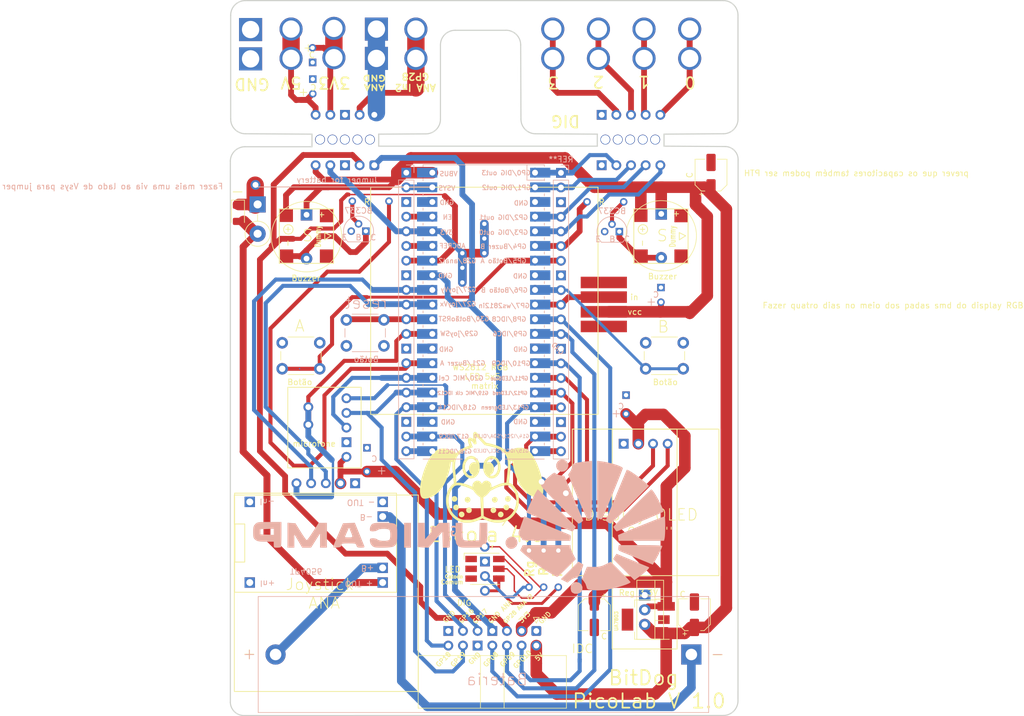
<source format=kicad_pcb>
(kicad_pcb (version 20221018) (generator pcbnew)
  (layers (0 "F.Cu" signal) (31 "B.Cu" signal) (34 "B.Paste" user) (35 "F.Paste" user) (36 "B.SilkS" user "B.Silkscreen") (37 "F.SilkS" user "F.Silkscreen") (38 "B.Mask" user) (39 "F.Mask" user) (44 "Edge.Cuts" user))
  (net 0 "")
  (net 1 "gnd")
  (net 2 "gnd2")
  (footprint "" (layer "F.Cu") (at 92.456 64.3636)
    (fp_text reference "")
    (fp_text value "")
  )
  (footprint "" (layer "F.Cu") (at 107.95 60.96)
    (fp_text reference "")
    (fp_text value "")
  )
  (footprint "" (layer "F.Cu") (at 153.67 83.82 90)
    (fp_text reference "")
    (fp_text value "")
  )
  (footprint "" (layer "F.Cu") (at 159.2326 76.708 -90)
    (fp_text reference "")
    (fp_text value "")
  )
  (footprint "" (layer "F.Cu") (at 162.665079 82.154371 180)
    (fp_text reference "")
    (fp_text value "")
  )
  (footprint "" (layer "F.Cu") (at 113.3968 42.454018)
    (fp_text reference "")
    (fp_text value "")
  )
  (footprint "" (layer "F.Cu") (at 98.614 42.446947)
    (fp_text reference "")
    (fp_text value "")
  )
  (footprint "" (layer "F.Cu") (at 157.48 60.96)
    (fp_text reference "")
    (fp_text value "")
  )
  (footprint "" (layer "F.Cu") (at 152.4 60.96)
    (fp_text reference "")
    (fp_text value "")
  )
  (footprint "" (layer "F.Cu") (at 108.204 111.506 90)
    (fp_text reference "")
    (fp_text value "")
  )
  (footprint "Package_TO_SOT_THT:TO-220-3_Vertical" (layer "F.Cu") (at 159.854024 135.462894 -90)
    (fp_text reference "Reg 3.3V")
    (fp_text value "TO-220-3_Vertical" hide)
  )
  (footprint "Buzzer_Beeper:Buzzer_12x9.5RM7.6" (layer "F.Cu") (at 101.2952 69.5452 -90)
    (fp_text reference "REF**" hide)
    (fp_text value "Buzzer_12x9.5RM7.6")
  )
  (footprint "Button_Switch_THT:SW_PUSH_6mm" (layer "F.Cu") (at 97.08 91.73)
    (fp_text reference "A")
    (fp_text value "SW_PUSH_6mm" hide)
  )
  (footprint "Diode_SMD:D_1206_3216Metric" (layer "F.Cu") (at 89.408 69.2912 -90)
    (fp_text reference "REF**" hide)
    (fp_text value "D_1206_3216Metric" hide)
  )
  (footprint "" (layer "F.Cu") (at 128.27 78.74)
    (fp_text reference "")
    (fp_text value "")
  )
  (footprint "" (layer "F.Cu") (at 144.89 127.7274 90)
    (fp_text reference "")
    (fp_text value "")
  )
  (footprint "" (layer "F.Cu") (at 104.7496 76.708 -90)
    (fp_text reference "")
    (fp_text value "")
  )
  (footprint "Button_Switch_THT:SW_PUSH_6mm" (layer "F.Cu") (at 160.02 91.73)
    (fp_text reference "B")
    (fp_text value "SW_PUSH_6mm" hide)
  )
  (footprint "" (layer "F.Cu") (at 161.29 109.22 90)
    (fp_text reference "")
    (fp_text value "")
  )
  (footprint "" (layer "F.Cu") (at 102.092575 116.078 90)
    (fp_text reference "")
    (fp_text value "")
  )
  (footprint "" (layer "F.Cu") (at 107.172575 116.078 90)
    (fp_text reference "")
    (fp_text value "")
  )
  (footprint "" (layer "F.Cu") (at 104.7496 69.6976 -90)
    (fp_text reference "")
    (fp_text value "")
  )
  (footprint "" (layer "F.Cu") (at 120.226666 42.454018)
    (fp_text reference "")
    (fp_text value "")
  )
  (footprint "" (layer "F.Cu") (at 110.49 60.96)
    (fp_text reference "")
    (fp_text value "")
  )
  (footprint "Package_TO_SOT_SMD:SOT-223" (layer "F.Cu") (at 160.02 139.7 180)
    (fp_text reference "UA7803")
    (fp_text value "SOT-223" hide)
  )
  (footprint "" (layer "F.Cu") (at 120.226666 37.374018)
    (fp_text reference "")
    (fp_text value "")
  )
  (footprint "" (layer "F.Cu") (at 128.27 76.2)
    (fp_text reference "")
    (fp_text value "")
  )
  (footprint "" (layer "F.Cu") (at 167.64 37.374018)
    (fp_text reference "")
    (fp_text value "")
  )
  (footprint "" (layer "F.Cu") (at 151.835554 42.454018)
    (fp_text reference "")
    (fp_text value "")
  )
  (footprint "" (layer "F.Cu") (at 132.08 71.12)
    (fp_text reference "")
    (fp_text value "")
  )
  (footprint "" (layer "F.Cu") (at 154.94 52.224597)
    (fp_text reference "")
    (fp_text value "")
  )
  (footprint "" (layer "F.Cu") (at 113.03 60.96)
    (fp_text reference "")
    (fp_text value "")
  )
  (footprint "" (layer "F.Cu") (at 91.6036 42.531637)
    (fp_text reference "")
    (fp_text value "")
  )
  (footprint "" (layer "F.Cu") (at 142 115.8)
    (fp_text reference "")
    (fp_text value "")
  )
  (footprint "" (layer "F.Cu") (at 91.462 133.2744)
    (fp_text reference "")
    (fp_text value "")
  )
  (footprint "" (layer "F.Cu") (at 132.19 129.625)
    (fp_text reference "")
    (fp_text value "")
  )
  (footprint "" (layer "F.Cu") (at 156.21 67.31)
    (fp_text reference "")
    (fp_text value "")
  )
  (footprint "" (layer "F.Cu") (at 102.87 52.224597)
    (fp_text reference "")
    (fp_text value "")
  )
  (footprint "Connector_IDC:IDC-Header_2x07_P2.54mm_Horizontal" (layer "F.Cu") (at 141.08 141.66 -90)
    (fp_text reference "REF**" hide)
    (fp_text value "IDC-Header_2x07_P2.54mm_Horizontal" hide)
  )
  (footprint "" (layer "F.Cu") (at 102.87 60.96)
    (fp_text reference "")
    (fp_text value "")
  )
  (footprint "" (layer "F.Cu") (at 132.08 73.66)
    (fp_text reference "")
    (fp_text value "")
  )
  (footprint "" (layer "F.Cu") (at 105.41 60.96)
    (fp_text reference "")
    (fp_text value "")
  )
  (footprint "" (layer "F.Cu") (at 114.4744 130.7344)
    (fp_text reference "")
    (fp_text value "")
  )
  (footprint "" (layer "F.Cu") (at 166.1414 69.6976 -90)
    (fp_text reference "")
    (fp_text value "")
  )
  (footprint "" (layer "F.Cu") (at 114.4744 133.2744)
    (fp_text reference "")
    (fp_text value "")
  )
  (footprint "" (layer "F.Cu") (at 132.19 134.705)
    (fp_text reference "")
    (fp_text value "")
  )
  (footprint "" (layer "F.Cu") (at 132.19 132.165)
    (fp_text reference "")
    (fp_text value "")
  )
  (footprint "" (layer "F.Cu") (at 152.4 52.224597)
    (fp_text reference "")
    (fp_text value "")
  )
  (footprint "" (layer "F.Cu") (at 114.4744 119.3044)
    (fp_text reference "")
    (fp_text value "")
  )
  (footprint "" (layer "F.Cu") (at 109.22 67.187162)
    (fp_text reference "")
    (fp_text value "")
  )
  (footprint "" (layer "F.Cu") (at 153.67 88.9 90)
    (fp_text reference "")
    (fp_text value "")
  )
  (footprint "" (layer "F.Cu") (at 108.204 101.346 90)
    (fp_text reference "")
    (fp_text value "")
  )
  (footprint "Buzzer_Beeper:Buzzer_12x9.5RM7.6" (layer "F.Cu") (at 162.7124 69.3928 -90)
    (fp_text reference "REF**" hide)
    (fp_text value "Buzzer_12x9.5RM7.6" hide)
  )
  (footprint "" (layer "F.Cu") (at 111.76 109.9312 180)
    (fp_text reference "")
    (fp_text value "")
  )
  (footprint "" (layer "F.Cu") (at 97.8408 76.708 -90)
    (fp_text reference "")
    (fp_text value "")
  )
  (footprint "" (layer "F.Cu") (at 132.08 76.2)
    (fp_text reference "")
    (fp_text value "")
  )
  (footprint "" (layer "F.Cu") (at 91.6036 37.451637)
    (fp_text reference "")
    (fp_text value "")
  )
  (footprint "" (layer "F.Cu") (at 159.737776 42.454018)
    (fp_text reference "")
    (fp_text value "")
  )
  (footprint "" (layer "F.Cu") (at 157.48 52.224597)
    (fp_text reference "")
    (fp_text value "")
  )
  (footprint "LED_SMD:LED_RGB_5050-6" (layer "F.Cu") (at 132.19 130.895)
    (fp_text reference "LED")
    (fp_text value "LED_RGB_5050-6" hide)
  )
  (footprint "" (layer "F.Cu") (at 151.835554 37.374018)
    (fp_text reference "")
    (fp_text value "")
  )
  (footprint "" (layer "F.Cu") (at 99.552575 116.078)
    (fp_text reference "")
    (fp_text value "")
  )
  (footprint "" (layer "F.Cu") (at 132.151341 127.076852)
    (fp_text reference "")
    (fp_text value "")
  )
  (footprint "" (layer "F.Cu") (at 101.6 102.87 90)
    (fp_text reference "")
    (fp_text value "")
  )
  (footprint "" (layer "F.Cu") (at 162.56 52.224597)
    (fp_text reference "")
    (fp_text value "")
  )
  (footprint "" (layer "F.Cu") (at 166.1414 76.708 -90)
    (fp_text reference "")
    (fp_text value "")
  )
  (footprint "" (layer "F.Cu") (at 162.665079 84.694371 180)
    (fp_text reference "")
    (fp_text value "")
  )
  (footprint "" (layer "F.Cu") (at 97.79 69.6468 -90)
    (fp_text reference "")
    (fp_text value "")
  )
  (footprint "" (layer "F.Cu") (at 102.332789 40.610804)
    (fp_text reference "")
    (fp_text value "")
  )
  (footprint "Capacitor_SMD:CP_Elec_5x5.9" (layer "F.Cu") (at 151.13 138.850917 -90)
    (fp_text reference "REF**" hide)
    (fp_text value "CP_Elec_5x5.9" hide)
  )
  (footprint "" (layer "F.Cu") (at 114.4744 121.8444)
    (fp_text reference "")
    (fp_text value "")
  )
  (footprint "" (layer "F.Cu") (at 105.41 52.224597)
    (fp_text reference "")
    (fp_text value "")
  )
  (footprint "" (layer "F.Cu") (at 156.619416 100.8 180)
    (fp_text reference "")
    (fp_text value "")
  )
  (footprint "" (layer "F.Cu") (at 107.95 52.224597)
    (fp_text reference "")
    (fp_text value "")
  )
  (footprint "" (layer "F.Cu") (at 143.933332 37.374018)
    (fp_text reference "")
    (fp_text value "")
  )
  (footprint "Downloads:logo bitDog 25mm" (layer "F.Cu") (at 131.7864 115.582037)
    (fp_text reference "G***" hide)
    (fp_text value "LOGO" hide)
  )
  (footprint "" (layer "F.Cu") (at 140.838668 92.742891)
    (fp_text reference "")
    (fp_text value "")
  )
  (footprint "" (layer "F.Cu") (at 102.3732 46.036837 180)
    (fp_text reference "")
    (fp_text value "")
  )
  (footprint "" (layer "F.Cu") (at 139.81 127.7274 90)
    (fp_text reference "")
    (fp_text value "")
  )
  (footprint "" (layer "F.Cu") (at 154.94 60.96)
    (fp_text reference "")
    (fp_text value "")
  )
  (footprint "" (layer "F.Cu") (at 156.21 109.22 90)
    (fp_text reference "")
    (fp_text value "")
  )
  (footprint "" (layer "F.Cu") (at 139.81 134.0774 90)
    (fp_text reference "")
    (fp_text value "")
  )
  (footprint "" (layer "F.Cu") (at 106.0308 37.248437)
    (fp_text reference "")
    (fp_text value "")
  )
  (footprint "" (layer "F.Cu") (at 160.02 52.224597)
    (fp_text reference "")
    (fp_text value "")
  )
  (footprint "" (layer "F.Cu") (at 91.462 119.3044)
    (fp_text reference "")
    (fp_text value "")
  )
  (footprint "" (layer "F.Cu") (at 158.75 109.22 90)
    (fp_text reference "")
    (fp_text value "")
  )
  (footprint "" (layer "F.Cu") (at 113.3968 37.374018)
    (fp_text reference "")
    (fp_text value "")
  )
  (footprint "" (layer "F.Cu") (at 102.3732 48.576837 180)
    (fp_text reference "")
    (fp_text value "")
  )
  (footprint "" (layer "F.Cu") (at 140.838668 92.742891)
    (fp_text reference "")
    (fp_text value "")
  )
  (footprint "" (layer "F.Cu") (at 110.49 52.224597)
    (fp_text reference "")
    (fp_text value "")
  )
  (footprint "" (layer "F.Cu") (at 167.64 42.454018)
    (fp_text reference "")
    (fp_text value "")
  )
  (footprint "" (layer "F.Cu") (at 143.933332 42.454018)
    (fp_text reference "")
    (fp_text value "")
  )
  (footprint "" (layer "F.Cu") (at 123.087708 105.424613)
    (fp_text reference "")
    (fp_text value "")
  )
  (footprint "" (layer "F.Cu") (at 108.204 108.966 90)
    (fp_text reference "")
    (fp_text value "")
  )
  (footprint "" (layer "F.Cu") (at 156.619416 104.049018 180)
    (fp_text reference "")
    (fp_text value "")
  )
  (footprint "" (layer "F.Cu") (at 162.56 60.96)
    (fp_text reference "")
    (fp_text value "")
  )
  (footprint "" (layer "F.Cu") (at 109.712575 116.078 90)
    (fp_text reference "")
    (fp_text value "")
  )
  (footprint "" (layer "F.Cu") (at 142.35 134.0774 90)
    (fp_text reference "")
    (fp_text value "")
  )
  (footprint "" (layer "F.Cu") (at 104.632575 116.078 90)
    (fp_text reference "")
    (fp_text value "")
  )
  (footprint "" (layer "F.Cu") (at 159.1818 69.6468 -90)
    (fp_text reference "")
    (fp_text value "")
  )
  (footprint "" (layer "F.Cu") (at 146.2 117.8)
    (fp_text reference "")
    (fp_text value "")
  )
  (footprint "" (layer "F.Cu") (at 115.57 67.187162)
    (fp_text reference "")
    (fp_text value "")
  )
  (footprint "" (layer "F.Cu") (at 106.0308 42.328437)
    (fp_text reference "")
    (fp_text value "")
  )
  (footprint "" (layer "F.Cu") (at 98.614 37.366947)
    (fp_text reference "")
    (fp_text value "")
  )
  (footprint "" (layer "F.Cu") (at 128.27 81.28)
    (fp_text reference "")
    (fp_text value "")
  )
  (footprint "" (layer "F.Cu") (at 111.76 114.046 180)
    (fp_text reference "")
    (fp_text value "")
  )
  (footprint "" (layer "F.Cu") (at 153.67 86.36 90)
    (fp_text reference "")
    (fp_text value "")
  )
  (footprint "" (layer "F.Cu") (at 163.83 109.22 90)
    (fp_text reference "")
    (fp_text value "")
  )
  (footprint "Diode_THT:D_5W_P5.08mm_Vertical_KathodeUp" (layer "F.Cu") (at 92.8228 67.753288 -90)
    (fp_text reference "REF**" hide)
    (fp_text value "D_5W_P5.08mm_Vertical_KathodeUp" hide)
  )
  (footprint "Capacitor_SMD:CP_Elec_5x5.9" (layer "F.Cu") (at 171.332846 62.677584 90)
    (fp_text reference "C")
    (fp_text value "CP_Elec_5x5.9" hide)
  )
  (footprint "" (layer "F.Cu") (at 113.03 52.224597)
    (fp_text reference "")
    (fp_text value "")
  )
  (footprint "" (layer "F.Cu") (at 101.6 105.918 90)
    (fp_text reference "")
    (fp_text value "")
  )
  (footprint "" (layer "F.Cu") (at 153.67 81.28 90)
    (fp_text reference "")
    (fp_text value "")
  )
  (footprint "" (layer "F.Cu") (at 149.86 67.31)
    (fp_text reference "")
    (fp_text value "")
  )
  (footprint "" (layer "F.Cu") (at 160.02 60.96)
    (fp_text reference "")
    (fp_text value "")
  )
  (footprint "" (layer "F.Cu") (at 159.737776 37.374018)
    (fp_text reference "")
    (fp_text value "")
  )
  (footprint "" (layer "F.Cu") (at 144.89 134.0774 90)
    (fp_text reference "")
    (fp_text value "")
  )
  (footprint "" (layer "F.Cu") (at 108.204 103.886 90)
    (fp_text reference "")
    (fp_text value "")
  )
  (footprint "" (layer "F.Cu") (at 108.204 106.426 90)
    (fp_text reference "")
    (fp_text value "")
  )
  (footprint "" (layer "F.Cu") (at 102.347386 43.150773)
    (fp_text reference "")
    (fp_text value "")
  )
  (footprint "" (layer "F.Cu") (at 142.35 127.7274 90)
    (fp_text reference "")
    (fp_text value "")
  )
  (footprint "Capacitor_SMD:CP_Elec_5x5.9" (layer "F.Cu") (at 168.458792 138.850917 90)
    (fp_text reference "C")
    (fp_text value "CP_Elec_5x5.9" hide)
  )
  (footprint "Connector_PinHeader_2.54mm:PinHeader_1x20_P2.54mm_Vertical" (layer "B.Cu") (at 118.564144 62.255 180)
    (fp_text reference "REF**" hide)
    (fp_text value "PinHeader_1x20_P2.54mm_Vertical" hide)
  )
  (footprint "Button_Switch_THT:SW_PUSH_6mm" (layer "B.Cu") (at 114.694133 87.761331 180)
    (fp_text reference "reset")
    (fp_text value "SW_PUSH_6mm" hide)
  )
  (footprint "Battery:BatteryHolder_MPD_BH-18650-PC2" (layer "B.Cu") (at 167.9276 145.7452 180)
    (fp_text reference "REF**" hide)
    (fp_text value "BatteryHolder_MPD_BH-18650-PC2" hide)
  )
  (footprint "Downloads:unicamp V2A" (layer "B.Cu") (at 125.171193 124.412257 180)
    (fp_text reference "G***")
    (fp_text value "LOGO" hide)
  )
  (footprint "Connector_PinHeader_2.54mm:PinHeader_1x20_P2.54mm_Vertical" (layer "B.Cu") (at 145.349303 62.27873 180)
    (fp_text reference "REF**")
    (fp_text value "PinHeader_1x20_P2.54mm_Vertical" hide)
  )
  (footprint "Package_TO_SOT_THT:TO-92" (layer "B.Cu") (at 111.568 72.39 180)
    (fp_text reference "BC337")
    (fp_text value "TO-92" hide)
  )
  (footprint "Package_TO_SOT_THT:TO-92" (layer "B.Cu") (at 155.4592 72.457237 180)
    (fp_text reference "BC337")
    (fp_text value "TO-92" hide)
  )
  (footprint "Library:Raspberry pi pico W" (layer "B.Cu") (at 132.767352 91.44 180)
    (fp_text reference "REF**" hide)
    (fp_text value "Raspberry pi pico W" hide)
  )
  (gr_line (start 122.987257 64.731665) (end 92.639008 64.731665) (stroke (width 0.15)) (layer "B.SilkS"))
  (gr_line (start 165.8366 72.644) (end 165.843984 73.880862) (stroke (width 0.15)) (layer "F.SilkS"))
  (gr_rect (start 157.9626 68.5292) (end 167.3606 77.978) (stroke (width 0.15)) (fill none) (layer "F.SilkS"))
  (gr_rect (start 112.395 64.77) (end 151.765 104.14) (stroke (width 0.15)) (fill none) (layer "F.SilkS"))
  (gr_line (start 166.935173 73.188377) (end 165.8366 72.644) (stroke (width 0.15)) (layer "F.SilkS"))
  (gr_rect (start 88.79 118.11) (end 120.65 152.146) (stroke (width 0.15)) (fill none) (layer "F.SilkS"))
  (gr_circle (center 159.5374 72.0852) (end 159.9438 72.7964) (stroke (width 0.15)) (fill none) (layer "F.SilkS"))
  (gr_circle (center 98.1456 72.0852) (end 98.552 72.7964) (stroke (width 0.15)) (fill none) (layer "F.SilkS"))
  (gr_rect (start 96.5708 68.5292) (end 105.9688 77.978) (stroke (width 0.15)) (fill none) (layer "F.SilkS"))
  (gr_rect (start 98.044 99.441) (end 110.744 113.411) (stroke (width 0.15)) (fill none) (layer "F.SilkS"))
  (gr_rect (start 147.32 106.68) (end 172.72 132.08) (stroke (width 0.15)) (fill none) (layer "F.SilkS"))
  (gr_rect (start 154.2288 106.68) (end 165.4556 144.78) (stroke (width 0.15)) (fill none) (layer "F.SilkS"))
  (gr_line (start 104.452184 73.880862) (end 105.543373 73.188377) (stroke (width 0.15)) (layer "F.SilkS"))
  (gr_line (start 135.2296 123.3932) (end 135.7884 122.5804) (stroke (width 0.15)) (layer "F.SilkS"))
  (gr_line (start 104.4448 72.644) (end 104.452184 73.880862) (stroke (width 0.15)) (layer "F.SilkS"))
  (gr_line (start 165.843984 73.880862) (end 166.935173 73.188377) (stroke (width 0.15)) (layer "F.SilkS"))
  (gr_rect (start 88.8412 117.794) (end 116.8828 134.9644) (stroke (width 0.15)) (fill none) (layer "F.SilkS"))
  (gr_rect (start 88.892 123.1244) (end 90.592 129.7244) (stroke (width 0.15)) (fill none) (layer "F.SilkS"))
  (gr_line (start 105.543373 73.188377) (end 104.4448 72.644) (stroke (width 0.15)) (layer "F.SilkS"))
  (gr_arc (start 176.003949 153.753563) (mid 175.261068 155.555979) (end 173.463949 156.3116) (stroke (width 0.2)) (layer "Edge.Cuts"))
  (gr_line (start 176.022 60.0964) (end 176.003949 153.753563) (stroke (width 0.2)) (layer "Edge.Cuts"))
  (gr_line (start 173.463949 156.3116) (end 90.486 156.321285) (stroke (width 0.2)) (layer "Edge.Cuts"))
  (gr_line (start 138.421898 52.971454) (end 138.372349 40.111288) (stroke (width 0.2)) (layer "Edge.Cuts"))
  (gr_line (start 121.942901 55.53046) (end 113.792 55.5752) (stroke (width 0.2)) (layer "Edge.Cuts"))
  (gr_line (start 163.195 55.5752) (end 163.195 57.658) (stroke (width 0.2)) (layer "Edge.Cuts"))
  (gr_arc (start 88.156051 34.970648) (mid 88.899999 33.174596) (end 90.696051 32.430648) (stroke (width 0.2)) (layer "Edge.Cuts"))
  (gr_arc (start 90.696051 55.508546) (mid 88.900014 54.764583) (end 88.156051 52.968546) (stroke (width 0.2)) (layer "Edge.Cuts"))
  (gr_arc (start 90.486 156.321285) (mid 88.825959 155.666925) (end 88.0984 154.037637) (stroke (width 0.2)) (layer "Edge.Cuts"))
  (gr_arc (start 173.463949 32.430648) (mid 175.259986 33.174611) (end 176.003949 34.970648) (stroke (width 0.2)) (layer "Edge.Cuts"))
  (gr_line (start 90.696051 32.430648) (end 173.463949 32.430648) (stroke (width 0.2)) (layer "Edge.Cuts"))
  (gr_line (start 151.638 55.5752) (end 140.961898 55.511454) (stroke (width 0.2)) (layer "Edge.Cuts"))
  (gr_line (start 102.235 55.5752) (end 102.235 57.7596) (stroke (width 0.2)) (layer "Edge.Cuts"))
  (gr_arc (start 124.482901 52.99046) (mid 123.738957 54.786516) (end 121.942901 55.53046) (stroke (width 0.2)) (layer "Edge.Cuts"))
  (gr_arc (start 140.961898 55.511454) (mid 139.165841 54.767511) (end 138.421898 52.971454) (stroke (width 0.2)) (layer "Edge.Cuts"))
  (gr_line (start 124.482177 40.118923) (end 124.482901 52.99046) (stroke (width 0.2)) (layer "Edge.Cuts"))
  (gr_line (start 90.6272 57.7596) (end 102.235 57.7596) (stroke (width 0.2)) (layer "Edge.Cuts"))
  (gr_line (start 173.463949 55.508546) (end 163.195 55.5752) (stroke (width 0.2)) (layer "Edge.Cuts"))
  (gr_line (start 102.235 55.5752) (end 90.696051 55.508546) (stroke (width 0.2)) (layer "Edge.Cuts"))
  (gr_line (start 173.8488 57.720837) (end 163.195 57.658) (stroke (width 0.2)) (layer "Edge.Cuts"))
  (gr_line (start 135.785178 37.578923) (end 127.022177 37.578923) (stroke (width 0.2)) (layer "Edge.Cuts"))
  (gr_arc (start 88.0984 60.210037) (mid 88.866556 58.472704) (end 90.6272 57.7596) (stroke (width 0.2)) (layer "Edge.Cuts"))
  (gr_line (start 88.0984 154.037637) (end 88.0984 60.210037) (stroke (width 0.2)) (layer "Edge.Cuts"))
  (gr_arc (start 135.832349 37.571288) (mid 137.6284 38.315237) (end 138.372349 40.111288) (stroke (width 0.2)) (layer "Edge.Cuts"))
  (gr_arc (start 124.482177 40.118923) (mid 125.226126 38.322872) (end 127.022177 37.578923) (stroke (width 0.2)) (layer "Edge.Cuts"))
  (gr_line (start 151.638 55.5752) (end 151.638 57.658) (stroke (width 0.2)) (layer "Edge.Cuts"))
  (gr_arc (start 176.003949 52.968546) (mid 175.259986 54.764583) (end 173.463949 55.508546) (stroke (width 0.2)) (layer "Edge.Cuts"))
  (gr_line (start 113.792 57.658) (end 151.638 57.658) (stroke (width 0.2)) (layer "Edge.Cuts"))
  (gr_line (start 88.156051 52.968546) (end 88.156051 34.970648) (stroke (width 0.2)) (layer "Edge.Cuts"))
  (gr_line (start 113.792 55.5752) (end 113.792 57.658) (stroke (width 0.2)) (layer "Edge.Cuts"))
  (gr_arc (start 173.8488 57.720837) (mid 175.431153 58.455097) (end 176.022 60.0964) (stroke (width 0.2)) (layer "Edge.Cuts"))
  (gr_line (start 176.003949 34.970648) (end 176.003949 52.968546) (stroke (width 0.2)) (layer "Edge.Cuts"))
  (gr_text "GND" (at 125.792 105.472837) (layer "B.SilkS") (effects (font (size 0.8 0.8)) (justify mirror)))
  (gr_text "+" (at 160.985663 84.785353 180) (layer "B.SilkS") (effects (font (size 1.5 1.5))))
  (gr_text "G20/MIC Cel" (at 128.0272 97.852837) (layer "B.SilkS") (effects (font (size 0.8 0.8)) (justify mirror)))
  (gr_text "GP10/IDC9" (at 136.714 95.312837) (layer "B.SilkS") (effects (font (size 0.8 0.8)) (justify mirror)))
  (gr_text "C" (at 113.03 111.76 180) (layer "B.SilkS") (effects (font (size 1 1))))
  (gr_text "G29/joySW" (at 127.7224 90.131237) (layer "B.SilkS") (effects (font (size 0.8 0.8)) (justify mirror)))
  (gr_text "TP4056" (at 101.2364 131.2992 180) (layer "B.SilkS") (effects (font (size 1 1)) (justify mirror)))
  (gr_text "E  B  C" (at 154.2908 73.773637) (layer "B.SilkS") (effects (font (size 1 1))))
  (gr_text "GP11/LEDblue" (at 136.4092 97.903637) (layer "B.SilkS") (effects (font (size 0.7 0.6)) (justify mirror)))
  (gr_text "C" (at 155.758833 102.661553 180) (layer "B.SilkS") (effects (font (size 1 1))))
  (gr_text "GND" (at 138.3396 105.422037) (layer "B.SilkS") (effects (font (size 0.8 0.8)) (justify mirror)))
  (gr_text "In-" (at 94.48 119.2596 180) (layer "B.SilkS") (effects (font (size 1 1)) (justify mirror)))
  (gr_text "+" (at 91.3892 145.5928) (layer "B.SilkS") (effects (font (size 2 2))))
  (gr_text "G17/IDC9" (at 126.808 107.962037) (layer "B.SilkS") (effects (font (size 0.7 0.7)) (justify mirror)))
  (gr_text "GP8/IDC8" (at 136.3584 87.642037) (layer "B.SilkS") (effects (font (size 0.8 0.8)) (justify mirror)))
  (gr_text "GP12/LEDred" (at 136.5108 100.443637) (layer "B.SilkS") (effects (font (size 0.6 0.6)) (justify mirror)))
  (gr_text "GP3/DIG out0" (at 135.3932 72.605237) (layer "B.SilkS") (effects (font (size 0.8 0.8)) (justify mirror)))
  (gr_text "GND" (at 125.5888 67.423637) (layer "B.SilkS") (effects (font (size 0.8 0.8)) (justify mirror)))
  (gr_text "GP4/Buzer B" (at 135.3932 75.043637) (layer "B.SilkS") (effects (font (size 0.8 0.8)) (justify mirror)))
  (gr_text "ADCREF" (at 126.554 74.942037) (layer "B.SilkS") (effects (font (size 0.8 0.8)) (justify mirror)))
  (gr_text "GND" (at 138.3396 92.874437) (layer "B.SilkS") (effects (font (size 0.8 0.8)) (justify mirror)))
  (gr_text "GND" (at 125.3348 80.123637) (layer "B.SilkS") (effects (font (size 0.8 0.8)) (justify mirror)))
  (gr_text "GP13/LEDgreen" (at 135.6472 102.932837) (layer "B.SilkS") (effects (font (size 0.7 0.7)) (justify mirror)))
  (gr_text "Bateria" (at 134.2756 150.075237) (layer "B.SilkS") (effects (font (size 2 2)) (justify mirror)))
  (gr_text "B+" (at 111.8536 130.7912 180) (layer "B.SilkS") (effects (font (size 1 1)) (justify mirror)))
  (gr_text "GP5/Botão A" (at 135.3932 77.532837) (layer "B.SilkS") (effects (font (size 0.8 0.8)) (justify mirror)))
  (gr_text "G16/IDC11" (at 126.9604 110.552837) (layer "B.SilkS") (effects (font (size 0.7 0.7)) (justify mirror)))
  (gr_text "Jumper for battery" (at 106.68 63.5) (layer "B.SilkS") (effects (font (size 1 1)) (justify mirror)))
  (gr_text "GND" (at 125.4872 92.874437) (layer "B.SilkS") (effects (font (size 0.8 0.8)) (justify mirror)))
  (gr_text "GP2/DIG out1" (at 135.3932 70.014437) (layer "B.SilkS") (effects (font (size 0.8 0.8)) (justify mirror)))
  (gr_text "G21/Buzer A" (at 128.332 95.262037) (layer "B.SilkS") (effects (font (size 0.8 0.8)) (justify mirror)))
  (gr_text "EN" (at 125.6904 69.963637) (layer "B.SilkS") (effects (font (size 0.8 0.8)) (justify mirror)))
  (gr_text "+" (at 154.94 104.14 180) (layer "B.SilkS") (effects (font (size 1.5 1.5))))
  (gr_text "G27/joyVx" (at 127.5192 85.000437) (layer "B.SilkS") (effects (font (size 0.8 0.8)) (justify mirror)))
  (gr_text "C" (at 161.804496 83.306906 180) (layer "B.SilkS") (effects (font (size 1 1))))
  (gr_text "E  B  C" (at 110.3488 73.468837) (layer "B.SilkS") (effects (font (size 1 1))))
  (gr_text "GP6/Botão B" (at 135.5456 82.612837) (layer "B.SilkS") (effects (font (size 0.8 0.8)) (justify mirror)))
  (gr_text "GND" (at 138.4412 67.525237) (layer "B.SilkS") (effects (font (size 0.8 0.8)) (justify mirror)))
  (gr_text "OUT +" (at 110.3804 133.4836 180) (layer "B.SilkS") (effects (font (size 1 1)) (justify mirror)))
  (gr_text "GP7/ws2812in" (at 135.4948 85.305237) (layer "B.SilkS") (effects (font (size 0.8 0.8)) (justify mirror)))
  (gr_text "G19/MIC clk IDC12" (at 128.3828 100.443637) (layer "B.SilkS") (effects (font (size 0.6 0.6)) (justify mirror)))
  (gr_text "GP9/IDC6" (at 136.5108 90.182037) (layer "B.SilkS") (effects (font (size 0.8 0.8)) (justify mirror)))
  (gr_text "G27/joyVy" (at 127.6208 82.511237) (layer "B.SilkS") (effects (font (size 0.8 0.8)) (justify mirror)))
  (gr_text "In+" (at 94.5308 133.4328 180) (layer "B.SilkS") (effects (font (size 1 1)) (justify mirror)))
  (gr_text "GND" (at 138.2888 80.174437) (layer "B.SilkS") (effects (font (size 0.8 0.8)) (justify mirror)))
  (gr_text "G28/anaI2" (at 127.4176 77.532837) (layer "B.SilkS") (effects (font (size 0.8 0.8)) (justify mirror)))
  (gr_text "Fazer mais uma via ao lado de Vsys para jumper" (at 67.7276 64.629637) (layer "B.SilkS") (effects (font (size 1 1)) (justify mirror)))
  (gr_text "G18/IDC14" (at 127.3668 102.932837) (layer "B.SilkS") (effects (font (size 0.8 0.8)) (justify mirror)))
  (gr_text "B-" (at 111.6504 121.952 180) (layer "B.SilkS") (effects (font (size 1 1)) (justify mirror)))
  (gr_text "+" (at 114.3 114.046 180) (layer "B.SilkS") (effects (font (size 1.5 1.5))))
  (gr_text "G15/IDC1/SCL/OLED" (at 134.9868 110.451237) (layer "B.SilkS") (effects (font (size 0.6 0.6) (thickness 0.1)) (justify mirror)))
  (gr_text "-" (at 172.466 145.5928) (layer "B.SilkS") (effects (font (size 2 2))))
  (gr_text "G14/I2C1/SDA/OLED" (at 135.0376 107.911237) (layer "B.SilkS") (effects (font (size 0.6 0.6) (thickness 0.1)) (justify mirror)))
  (gr_text "G30/BotãoRST" (at 128.5352 87.591237) (layer "B.SilkS") (effects (font (size 0.8 0.8)) (justify mirror)))
  (gr_text "OUT -" (at 110.732 119.412 180) (layer "B.SilkS") (effects (font (size 1 1)) (justify mirror)))
  (gr_text "3V3" (at 125.538 72.605237) (layer "B.SilkS") (effects (font (size 0.8 0.8)) (justify mirror)))
  (gr_text "5V" (at 141.573358 146.16181 -315) (layer "F.SilkS") (effects (font (size 0.8 0.8))))
  (gr_text "BitDog \nPicoLab V 1.0" (at 160.6 151.8) (layer "F.SilkS") (effects (font (size 2.5 2.5) (thickness 0.3))))
  (gr_text "GND ANA" (at 134.828446 138.349153 -315) (layer "F.SilkS") (effects (font (size 0.8 0.8))))
  (gr_text "ANA In2\nGP28\n " (at 120.1532 45.579637 180) (layer "F.SilkS") (effects (font (size 1.2 1.2) (thickness 0.25))))
  (gr_text "GP28 ANA I2" (at 137.946505 137.830459 -315) (layer "F.SilkS") (effects (font (size 0.7 0.7))))
  (gr_text "-" (at 172.466 145.6436) (layer "F.SilkS") (effects (font (size 2 2))))
  (gr_text "GP08" (at 133.2039 146.6 -315) (layer "F.SilkS") (effects (font (size 0.8 0.8))))
  (gr_text "GP19" (at 127.54 146.6 -315) (layer "F.SilkS") (effects (font (size 0.8 0.8))))
  (gr_text "2" (at 151.830385 46.508266 180) (layer "F.SilkS") (effects (font (size 2 2) (thickness 0.3))))
  (gr_text "GND" (at 125.98051 139.2 -315) (layer "F.SilkS") (effects (font (size 0.8 0.8))))
  (gr_text "vcc" (at 158.1516 86.372037) (layer "F.SilkS") (effects (font (size 1 1))))
  (gr_text "Fazer quatro dias no meio dos padas smd do display RGB" (at 202.8556 85.254437) (layer "F.SilkS") (effects (font (size 1 1))))
  (gr_text "GP18" (at 125 146.6 -315) (layer "F.SilkS") (effects (font (size 0.8 0.8))))
  (gr_text "" (at 195.1984 77.089194) (layer "F.SilkS") (effects (font (size 1.27 1.27))))
  (gr_text "GP16" (at 128.963576 139.042331 -315) (layer "F.SilkS") (effects (font (size 0.8 0.8))))
  (gr_text "+" (at 159.4866 71.9836) (layer "F.SilkS") (effects (font (size 1 1))))
  (gr_text "" (at 48.4372 130.987994) (layer "F.SilkS") (effects (font (size 1.27 1.27))))
  (gr_text "-" (at 159.5374 74.4728 -90) (layer "F.SilkS") (effects (font (size 1 1))))
  (gr_text "S" (at 162.8902 73.152) (layer "F.SilkS") (effects (font (size 2 2))))
  (gr_text "GND" (at 91.8576 46.900437 180) (layer "F.SilkS") (effects (font (size 2 2) (thickness 0.3))))
  (gr_text "Buzzer" (at 162.9268 80.225237) (layer "F.SilkS") (effects (font (size 1 1))))
  (gr_text "S" (at 101.4984 73.152) (layer "F.SilkS") (effects (font (size 2 2))))
  (gr_text "Catodo" (at 126.808 132.244437) (layer "F.SilkS") (effects (font (size 0.6 0.6))))
  (gr_text "+" (at 91.3892 145.542) (layer "F.SilkS") (effects (font (size 2 2))))
  (gr_text "Dummy" (at 164.6682 73.3044 90) (layer "F.SilkS") (effects (font (size 1 0.7))))
  (gr_text "3" (at 143.994897 46.606799 180) (layer "F.SilkS") (effects (font (size 2 2) (thickness 0.3))))
  (gr_text "R" (at 111.76 67.31) (layer "F.SilkS") (effects (font (size 1 1))))
  (gr_text "C" (at 102.4748 47.408437 180) (layer "F.SilkS") (effects (font (size 1 1))))
  (gr_text "GND" (at 130.397358 146.41581 -315) (layer "F.SilkS") (effects (font (size 0.8 0.8))))
  (gr_text "Escola 4.0" (at 132.396 124.980037) (layer "F.SilkS") (effects (font (size 2.5 2.5) (thickness 0.3))))
  (gr_text "GP17" (at 131.368896 139.144685 -315) (layer "F.SilkS") (effects (font (size 0.8 0.8))))
  (gr_text "prever que os capacitores também podem ser PTH" (at 196.5056 62.343637) (layer "F.SilkS") (effects (font (size 1 1)) (justify mirror)))
  (gr_text "" (at 195.1984 77.089194) (layer "F.SilkS") (effects (font (size 1.27 1.27))))
  (gr_text "ANA\nGND\n" (at 113.0412 46.646437 180) (layer "F.SilkS") (effects (font (size 1 1.3) (thickness 0.25))))
  (gr_text "GND" (at 142.569859 139.368954 -315) (layer "F.SilkS") (effects (font (size 0.8 0.8))))
  (gr_text "Buzzer" (at 101.2048 80.530037) (layer "F.SilkS") (effects (font (size 1 1))))
  (gr_text "DIG\n\n" (at 146.144331 51.71419 180) (layer "F.SilkS") (effects (font (size 2 2) (thickness 0.3))))
  (gr_text "+" (at 100.7476 48.221237) (layer "F.SilkS") (effects (font (size 1.5 1.5))))
  (gr_text "IDC" (at 149.0584 144.741237) (layer "F.SilkS") (effects (font (size 1.5 1.5))))
  (gr_text "r" (at 133.4628 127.062837) (layer "F.SilkS") (effects (font (size 0.8 0.6))))
  (gr_text "3V3" (at 106.0816 46.646437 180) (layer "F.SilkS") (effects (font (size 2 2) (thickness 0.3))))
  (gr_text "R" (at 152.4 67.31) (layer "F.SilkS") (effects (font (size 1 1))))
  (gr_text "-" (at 89.3572 65.4304) (layer "F.SilkS") (effects (font (size 2 2))))
  (gr_text "GP09" (at 136.092558 146.599999 -315) (layer "F.SilkS") (effects (font (size 0.8 0.8))))
  (gr_text "Rg\nRr\nRb" (at 142.35 130.895 90) (layer "F.SilkS") (effects (font (size 1.5 1.5) (thickness 0.3))))
  (gr_text "Display OLED \n 0,91{dblquote}" (at 159.9692 123.1392) (layer "F.SilkS") (effects (font (size 2 2))))
  (gr_text "GP010" (at 138.662782 146.599999 -315) (layer "F.SilkS") (effects (font (size 0.8 0.8))))
  (gr_text "microfone" (at 102.616 109.22) (layer "F.SilkS") (effects (font (size 1 1))))
  (gr_text "Joystick\n ANA" (at 103.6 135.2) (layer "F.SilkS") (effects (font (size 2 2))))
  (gr_text "0" (at 167.715441 46.606799 180) (layer "F.SilkS") (effects (font (size 2 2) (thickness 0.3))))
  (gr_text "Comum" (at 126.5032 133.209637) (layer "F.SilkS") (effects (font (size 0.7 0.7))))
  (gr_text "-" (at 98.1456 74.4728 -90) (layer "F.SilkS") (effects (font (size 1 1))))
  (gr_text "in" (at 158.05 83.832037) (layer "F.SilkS") (effects (font (size 1 1))))
  (gr_text "Dummy" (at 103.2764 73.3044 90) (layer "F.SilkS") (effects (font (size 1 0.7))))
  (gr_text "+" (at 98.0948 71.9836) (layer "F.SilkS") (effects (font (size 1 1))))
  (gr_text "" (at 48.4372 130.987994) (layer "F.SilkS") (effects (font (size 1.27 1.27))))
  (gr_text "WS2812 RGB \n LED 5x5 \n matrix" (at 131.7752 97.5868) (layer "F.SilkS") (effects (font (size 1 1))))
  (gr_text "3V3" (at 139.067077 139.293136 -315) (layer "F.SilkS") (effects (font (size 0.8 0.8))))
  (gr_text "+" (at 101.6 40.549018) (layer "F.SilkS") (effects (font (size 1.5 1.5))))
  (gr_text "C" (at 102.2208 41.871237) (layer "F.SilkS") (effects (font (size 1 1))))
  (gr_text "5V" (at 98.614 46.646437 180) (layer "F.SilkS") (effects (font (size 2 2) (thickness 0.3))))
  (gr_text "DIG" (at 128.6 136.8) (layer "F.SilkS") (effects (font (size 1 1))))
  (gr_text "C" (at 152.8064 142.5956) (layer "F.SilkS") (effects (font (size 1 1))))
  (gr_text "1 \n" (at 158.924781 46.508266 180) (layer "F.SilkS") (effects (font (size 2 2) (thickness 0.3))))
  (segment (start 142.35 134.0774) (end 140.4524 135.975) (width 0.25) (layer "F.Cu") (net 0))
  (segment (start 163.598807 133.198807) (end 163.598807 116.601193) (width 2) (layer "F.Cu") (net 0))
  (segment (start 173.99 137.668) (end 173.99 68.58) (width 2) (layer "F.Cu") (net 0))
  (segment (start 141.7224 134.0774) (end 134.73 127.085) (width 0.25) (layer "F.Cu") (net 0))
  (segment (start 158.75 105.41) (end 158.75 109.22) (width 2) (layer "F.Cu") (net 0))
  (segment (start 120.226666 47.567931) (end 120.226666 45.239597) (width 0.25) (layer "F.Cu") (net 0))
  (segment (start 101.6 101.092) (end 101.6 104.14) (width 0.7) (layer "F.Cu") (net 0))
  (segment (start 168.656 64.77) (end 162.7632 64.77) (width 2) (layer "F.Cu") (net 0))
  (segment (start 93.218 110.49) (end 97.5868 114.8588) (width 1) (layer "F.Cu") (net 0))
  (segment (start 98.614 48.780037) (end 98.614 42.446947) (width 1) (layer "F.Cu") (net 0))
  (segment (start 89.532 67.7672) (end 92.5576 67.7672) (width 2) (layer "F.Cu") (net 0))
  (segment (start 154.94 52.224597) (end 154.94 51.562) (width 1) (layer "F.Cu") (net 0))
  (segment (start 118.569144 77.49) (end 118.564144 77.495) (width 1) (layer "F.Cu") (net 0))
  (segment (start 144.78 48.414597) (end 143.933332 47.567929) (width 1) (layer "F.Cu") (net 0))
  (segment (start 111.76 114.046) (end 116.6368 114.046) (width 2) (layer "F.Cu") (net 0))
  (segment (start 101.55904 49.643637) (end 99.4776 49.643637) (width 1) (layer "F.Cu") (net 0))
  (segment (start 104.184652 63.447031) (end 102.87 62.132379) (width 1) (layer "F.Cu") (net 0))
  (segment (start 160.02 104.14) (end 158.75 105.41) (width 2) (layer "F.Cu") (net 0))
  (segment (start 118.564144 95.275) (end 119.355 95.275) (width 0.25) (layer "F.Cu") (net 0))
  (segment (start 107.836274 94.855726) (end 101.6 101.092) (width 0.7) (layer "F.Cu") (net 0))
  (segment (start 107.2896 70.6628) (end 107.2896 67.056) (width 0.7) (layer "F.Cu") (net 0))
  (segment (start 97.7392 66.1416) (end 97.7392 69.9008) (width 1) (layer "F.Cu") (net 0))
  (segment (start 108.0516 128.27) (end 115.27 128.27) (width 1) (layer "F.Cu") (net 0))
  (segment (start 108.5596 66.04) (end 124.968 66.04) (width 0.25) (layer "F.Cu") (net 0))
  (segment (start 148.6 133.6) (end 143.685 138.515) (width 2) (layer "F.Cu") (net 0))
  (segment (start 102.87 52.224597) (end 102.87 50.954597) (width 1) (layer "F.Cu") (net 0))
  (segment (start 100.2792 73.7108) (end 102.0572 71.9328) (width 0.7) (layer "F.Cu") (net 0))
  (segment (start 163.57 137.4) (end 160.456918 137.4) (width 1) (layer "F.Cu") (net 0))
  (segment (start 158.75 106.179602) (end 158.75 109.22) (width 1) (layer "F.Cu") (net 0))
  (segment (start 105.41 52.224597) (end 105.41 42.949237) (width 1) (layer "F.Cu") (net 0))
  (segment (start 144.6 152.6) (end 141.08 149.08) (width 2) (layer "F.Cu") (net 0))
  (segment (start 135.57 129.195) (end 134.59 129.195) (width 0.25) (layer "F.Cu") (net 0))
  (segment (start 99.5284 49.677526) (end 99.511489 49.677526) (width 1) (layer "F.Cu") (net 0))
  (segment (start 136.917603 136.892603) (end 134.59 134.565) (width 0.5) (layer "F.Cu") (net 0))
  (segment (start 161.31113 142) (end 159.854024 140.542894) (width 2) (layer "F.Cu") (net 0))
  (segment (start 140.886082 102.91873) (end 140.857352 102.89) (width 1) (layer "F.Cu") (net 0))
  (segment (start 147.32 112.4024) (end 147.32 102.235) (width 0.7) (layer "F.Cu") (net 0))
  (segment (start 163.83 113.03) (end 163.83 109.22) (width 0.7) (layer "F.Cu") (net 0))
  (segment (start 145.320573 77.49) (end 135.87 77.49) (width 1) (layer "F.Cu") (net 0))
  (segment (start 111.76 114.046) (end 107.188 114.046) (width 1) (layer "F.Cu") (net 0))
  (segment (start 148.59 68.58) (end 149.86 67.31) (width 1) (layer "F.Cu") (net 0))
  (segment (start 162.56 52.224597) (end 167.64 47.144597) (width 1) (layer "F.Cu") (net 0))
  (segment (start 105.6752 42.125237) (end 105.98 42.430037) (width 1) (layer "F.Cu") (net 0))
  (segment (start 159.737776 51.942373) (end 159.737776 37.374018) (width 1) (layer "F.Cu") (net 0))
  (segment (start 135.89 113.905913) (end 135.89 116.84) (width 0.7) (layer "F.Cu") (net 0))
  (segment (start 118.11 90.17) (end 116.84 91.44) (width 0.7) (layer "F.Cu") (net 0))
  (segment (start 116.924652 62.145348) (end 116.924652 63.447031) (width 2) (layer "F.Cu") (net 0))
  (segment (start 136.06517 113.905913) (end 135.89 113.905913) (width 0.2) (layer "F.Cu") (net 0))
  (segment (start 146.2 116.0624) (end 146.7312 115.5312) (width 0.7) (layer "F.Cu") (net 0))
  (segment (start 159.512 64.77) (end 151.13 64.77) (width 2) (layer "F.Cu") (net 0))
  (segment (start 123.077352 74.95) (end 118.569144 74.95) (width 1) (layer "F.Cu") (net 0))
  (segment (start 101.6 102.87) (end 101.6 105.918) (width 1) (layer "F.Cu") (net 0))
  (segment (start 118.13 90.19) (end 123.077352 90.19) (width 1) (layer "F.Cu") (net 0))
  (segment (start 116.84 91.44) (end 116.84 94.855726) (width 0.7) (layer "F.Cu") (net 0))
  (segment (start 103.58 96.23) (end 103.58 94.115) (width 0.7) (layer "F.Cu") (net 0))
  (segment (start 153.601193 133.198807) (end 163.598807 133.198807) (width 2) (layer "F.Cu") (net 0))
  (segment (start 136.4046 121.4046) (end 138 123) (width 2) (layer "F.Cu") (net 0))
  (segment (start 105.0544 64.77) (end 99.1108 64.77) (width 1) (layer "F.Cu") (net 0))
  (segment (start 167.64 47.144597) (end 167.64 37.374018) (width 1) (layer "F.Cu") (net 0))
  (segment (start 163.598807 133.198807) (end 163.598807 136.598844) (width 2) (layer "F.Cu") (net 0))
  (segment (start 107.188 116.093425) (end 107.172575 116.078) (width 2) (layer "F.Cu") (net 0))
  (segment (start 110.49 50.954597) (end 113.03 48.414597) (width 1) (layer "F.Cu") (net 0))
  (segment (start 159.1818 69.6468) (end 159.1818 68.6816) (width 0.25) (layer "F.Cu") (net 0))
  (segment (start 92.4052 67.8688) (end 92.4052 64.4144) (width 3) (layer "F.Cu") (net 0))
  (segment (start 89.408 67.8912) (end 89.532 67.7672) (width 0.25) (layer "F.Cu") (net 0))
  (segment (start 156.619416 104.049018) (end 158.75 106.179602) (width 2) (layer "F.Cu") (net 0))
  (segment (start 109.22 67.187162) (end 109.22 70.042) (width 0.7) (layer "F.Cu") (net 0))
  (segment (start 105.0544 64.77) (end 103.8352 64.77) (width 1) (layer "F.Cu") (net 0))
  (segment (start 107.172575 112.537425) (end 108.204 111.506) (width 1) (layer "F.Cu") (net 0))
  (segment (start 166.8 107.88) (end 163.06 104.14) (width 2) (layer "F.Cu") (net 0))
  (segment (start 90.3224 110.5916) (end 90.3224 75.0824) (width 1.2) (layer "F.Cu") (net 0))
  (segment (start 137.27 132.165) (end 136 130.895) (width 0.25) (layer "F.Cu") (net 0))
  (segment (start 137.4 113.967352) (end 140.857352 110.51) (width 0.7) (layer "F.Cu") (net 0))
  (segment (start 169.5196 68.6816) (end 170.688 69.85) (width 2) (layer "F.Cu") (net 0))
  (segment (start 116.84 94.855726) (end 107.836274 94.855726) (width 0.7) (layer "F.Cu") (net 0))
  (segment (start 162.56 86.36) (end 153.67 86.36) (width 2) (layer "F.Cu") (net 0))
  (segment (start 100.728486 59.189914) (end 109.212086 59.189914) (width 1) (layer "F.Cu") (net 0))
  (segment (start 109.22 59.182) (end 110.49 60.452) (width 1) (layer "F.Cu") (net 0))
  (segment (start 140.857352 74.95) (end 146.03 74.95) (width 1) (layer "F.Cu") (net 0))
  (segment (start 105.712172 91.982829) (end 105.712172 87.327828) (width 0.7) (layer "F.Cu") (net 0))
  (segment (start 134.691341 127.076852) (end 132.151341 127.076852) (width 0.25) (layer "F.Cu") (net 0))
  (segment (start 100.3412 49.643637) (end 101.3064 49.643637) (width 1) (layer "F.Cu") (net 0))
  (segment (start 128.27 76.2) (end 128.27 81.28) (width 1.5) (layer "F.Cu") (net 0))
  (segment (start 119.38 59.69) (end 116.924652 62.145348) (width 2) (layer "F.Cu") (net 0))
  (segment (start 124.44 77.49) (end 123.077352 77.49) (width 1) (layer "F.Cu") (net 0))
  (segment (start 154.1892 69.3308) (end 154.1892 71.187237) (width 0.7) (layer "F.Cu") (net 0))
  (segment (start 138.54 141.66) (end 138.54 140.94939) (width 2) (layer "F.Cu") (net 0))
  (segment (start 103.58 94.115) (end 105.712172 91.982829) (width 0.7) (layer "F.Cu") (net 0))
  (segment (start 170.688 69.85) (end 170.688 83.566) (width 2) (layer "F.Cu") (net 0))
  (segment (start 115.27 128.27) (end 121 134) (width 1) (layer "F.Cu") (net 0))
  (segment (start 161.6 152.6) (end 144.6 152.6) (width 2) (layer "F.Cu") (net 0))
  (segment (start 159.1818 65.1002) (end 159.1818 69.6468) (width 2) (layer "F.Cu") (net 0))
  (segment (start 160.02 52.224597) (end 159.737776 51.942373) (width 1) (layer "F.Cu") (net 0))
  (segment (start 101.2952 67.31) (end 101.2952 69.5452) (width 1) (layer "F.Cu") (net 0))
  (segment (start 157.48 48.098464) (end 157.48 52.224597) (width 1) (layer "F.Cu") (net 0))
  (segment (start 109.22 70.042) (end 110.298 71.12) (width 0.7) (layer "F.Cu") (net 0))
  (segment (start 156.21 67.31) (end 154.1892 69.3308) (width 0.7) (layer "F.Cu") (net 0))
  (segment (start 107.2896 67.056) (end 108.3056 66.04) (width 0.7) (layer "F.Cu") (net 0))
  (segment (start 149.86 112.4024) (end 146.7312 115.5312) (width 0.7) (layer "F.Cu") (net 0))
  (segment (start 143.685 138.515) (end 140.97439 138.515) (width 2) (layer "F.Cu") (net 0))
  (segment (start 102.388 133.2744) (end 94.4372 125.3236) (width 1.2) (layer "F.Cu") (net 0))
  (segment (start 146.668033 83.82) (end 145.378033 85.11) (width 1) (layer "F.Cu") (net 0))
  (segment (start 167.386 86.36) (end 162.56 86.36) (width 2) (layer "F.Cu") (net 0))
  (segment (start 151.13 64.77) (end 146.05 59.69) (width 2) (layer "F.Cu") (net 0))
  (segment (start 146.03 74.95) (end 148.59 72.39) (width 1) (layer "F.Cu") (net 0))
  (segment (start 121 134) (end 121 136.6) (width 1) (layer "F.Cu") (net 0))
  (segment (start 127 68.072) (end 127 74.93) (width 1) (layer "F.Cu") (net 0))
  (segment (start 116.6368 114.046) (end 123.9954 121.4046) (width 2) (layer "F.Cu") (net 0))
  (segment (start 145.300573 100.33) (end 140.877352 100.33) (width 1) (layer "F.Cu") (net 0))
  (segment (start 140.877352 100.33) (end 140.857352 100.35) (width 0.25) (layer "F.Cu") (net 0))
  (segment (start 106.1212 73.2536) (end 108.876437 76.008837) (width 1) (layer "F.Cu") (net 0))
  (segment (start 127 74.93) (end 124.44 77.49) (width 1) (layer "F.Cu") (net 0))
  (segment (start 98.614 37.366947) (end 98.614 42.446947) (width 3) (layer "F.Cu") (net 0))
  (segment (start 93.218 77.3176) (end 93.218 110.49) (width 1) (layer "F.Cu") (net 0))
  (segment (start 105.98 42.430037) (end 105.41 43.000037) (width 1) (layer "F.Cu") (net 0))
  (segment (start 145.349303 102.91873) (end 140.886082 102.91873) (width 1) (layer "F.Cu") (net 0))
  (segment (start 137.4 116.4) (end 140.38 119.38) (width 0.7) (layer "F.Cu") (net 0))
  (segment (start 162.7124 64.8208) (end 162.7124 69.3928) (width 2) (layer "F.Cu") (net 0))
  (segment (start 167.813083 141.050917) (end 166.7764 142.0876) (width 2) (layer "F.Cu") (net 0))
  (segment (start 139.327825 110.643258) (end 136.06517 113.905913) (width 0.7) (layer "F.Cu") (net 0))
  (segment (start 123.077352 62.25) (end 118.121683 62.25) (width 2) (layer "F.Cu") (net 0))
  (segment (start 145.378033 85.11) (end 140.857352 85.11) (width 1) (layer "F.Cu") (net 0))
  (segment (start 134.59 134.565) (end 134.45 134.705) (width 0.25) (layer "F.Cu") (net 0))
  (segment (start 153.601193 133.198807) (end 153.2 133.6) (width 2) (layer "F.Cu") (net 0))
  (segment (start 95.6056 74.5744) (end 95.6056 64.3128) (width 1) (layer "F.Cu") (net 0))
  (segment (start 137.27 134.705) (end 137.27 132.165) (width 0.25) (layer "F.Cu") (net 0))
  (segment (start 115.601683 64.77) (end 105.0544 64.77) (width 1) (layer "F.Cu") (net 0))
  (segment (start 97.08 96.23) (end 100.112 96.23) (width 0.7) (layer "F.Cu") (net 0))
  (segment (start 95.25 74.93) (end 95.6056 74.5744) (width 1) (layer "F.Cu") (net 0))
  (segment (start 163.6576 142.0876) (end 163.57 142) (width 2) (layer "F.Cu") (net 0))
  (segment (start 144.0612 115.6612) (end 147.32 112.4024) (width 0.7) (layer "F.Cu") (net 0))
  (segment (start 118.564144 87.655) (end 123.072352 87.655) (width 1) (layer "F.Cu") (net 0))
  (segment (start 146.05 59.69) (end 119.38 59.69) (width 2) (layer "F.Cu") (net 0))
  (segment (start 98.9584 73.7108) (end 96.8248 73.7108) (width 1) (layer "F.Cu") (net 0))
  (segment (start 106.0308 42.328437) (end 105.98 42.328437) (width 1) (layer "F.Cu") (net 0))
  (segment (start 114.4744 133.2744) (end 102.388 133.2744) (width 1.2) (layer "F.Cu") (net 0))
  (segment (start 123.077352 77.49) (end 118.569144 77.49) (width 1) (layer "F.Cu") (net 0))
  (segment (start 170.18 64.77) (end 168.656 64.77) (width 2) (layer "F.Cu") (net 0))
  (segment (start 94.4372 125.3236) (end 94.4372 114.7064) (width 1.2) (layer "F.Cu") (net 0))
  (segment (start 99.06 113.03) (end 95.0468 109.0168) (width 0.7) (layer "F.Cu") (net 0))
  (segment (start 145.349303 102.91873) (end 145.320573 102.89) (width 0.5) (layer "F.Cu") (net 0))
  (segment (start 90.3224 75.0824) (end 92.5576 72.8472) (width 1.2) (layer "F.Cu") (net 0))
  (segment (start 134.59 134.565) (end 134.59 132.595) (width 0.5) (layer "F.Cu") (net 0))
  (segment (start 140.38 119.38) (end 154.94 119.38) (width 0.7) (layer "F.Cu") (net 0))
  (segment (start 107.172575 114.030575) (end 107.172575 112.537425) (width 1) (layer "F.Cu") (net 0))
  (segment (start 135.87 77.49) (end 129.54 83.82) (width 0.7) (layer "F.Cu") (net 0))
  (segment (start 160.02 37.656242) (end 159.737776 37.374018) (width 0.25) (layer "F.Cu") (net 0))
  (segment (start 109.8408 76.008837) (end 111.568 74.281637) (width 1) (layer "F.Cu") (net 0))
  (segment (start 142.074797 136.892603) (end 136.917603 136.892603) (width 0.5) (layer "F.Cu") (net 0))
  (segment (start 124.968 66.04) (end 125.222 66.294) (width 0.25) (layer "F.Cu") (net 0))
  (segment (start 111.568 74.281637) (end 111.568 72.39) (width 1) (layer "F.Cu") (net 0))
  (segment (start 166.7764 142.0876) (end 163.6576 142.0876) (width 2) (layer "F.Cu") (net 0))
  (segment (start 151.835554 37.374018) (end 151.835554 42.454018) (width 1) (layer "F.Cu") (net 0))
  (segment (start 166.8 113.4) (end 166.8 107.88) (width 2) (layer "F.Cu") (net 0))
  (segment (start 123.8 139.4) (end 134.345 139.4) (width 1) (layer "F.Cu") (net 0))
  (segment (start 168.656 67.818) (end 169.5196 68.6816) (width 2) (layer "F.Cu") (net 0))
  (segment (start 142 115.8) (end 143.9224 115.8) (width 0.7) (layer "F.Cu") (net 0))
  (segment (start 170.607083 141.050917) (end 173.99 137.668) (width 2) (layer "F.Cu") (net 0))
  (segment (start 160.456918 137.4) (end 159.854024 138.002894) (width 1) (layer "F.Cu") (net 0))
  (segment (start 119.38 48.414597) (end 120.226666 47.567931) (width 1) (layer "F.Cu") (net 0))
  (segment (start 123.077352 69.87) (end 118.569144 69.87) (width 1) (layer "F.Cu") (net 0))
  (segment (start 163.57 142) (end 161.31113 142) (width 2) (layer "F.Cu") (net 0))
  (segment (start 125.222 66.294) (end 127 68.072) (width 1) (layer "F.Cu") (net 0))
  (segment (start 106.0196 71.9328) (end 107.2896 70.6628) (width 0.7) (layer "F.Cu") (net 0))
  (segment (start 162.665079 84.694371) (end 162.665079 86.254921) (width 1) (layer "F.Cu") (net 0))
  (segment (start 155.4592 73.519637) (end 155.4592 72.457237) (width 1) (layer "F.Cu") (net 0))
  (segment (start 119.355 95.275) (end 119.38 95.25) (width 0.25) (layer "F.Cu") (net 0))
  (segment (start 118.121683 62.25) (end 116.924652 63.447031) (width 2) (layer "F.Cu") (net 0))
  (segment (start 144.89 134.0774) (end 142.074797 136.892603) (width 0.5) (layer "F.Cu") (net 0))
  (segment (start 100.112 96.23) (end 103.58 96.23) (width 0.7) (layer "F.Cu") (net 0))
  (segment (start 104.394 100.838) (end 104.394 110.49) (width 0.7) (layer "F.Cu") (net 0))
  (segment (start 168.458792 141.050917) (end 170.607083 141.050917) (width 2) (layer "F.Cu") (net 0))
  (segment (start 118.569144 69.87) (end 118.564144 69.875) (width 0.2) (layer "F.Cu") (net 0))
  (segment (start 123.077352 95.27) (end 118.569144 95.27) (width 1) (layer "F.Cu") (net 0))
  (segment (start 104.902 79.4004) (end 110.432195 79.4004) (width 0.7) (layer "F.Cu") (net 0))
  (segment (start 145.349303 77.51873) (end 145.320573 77.49) (width 0.7) (layer "F.Cu") (net 0))
  (segment (start 118.394808 96.235192) (end 108.996808 96.235192) (width 0.7) (layer "F.Cu") (net 0))
  (segment (start 173.99 68.58) (end 170.18 64.77) (width 2) (layer "F.Cu") (net 0))
  (segment (start 138.54 135.975) (end 137.27 134.705) (width 0.25) (layer "F.Cu") (net 0))
  (segment (start 98.9584 73.7108) (end 100.2792 73.7108) (width 0.7) (layer "F.Cu") (net 0))
  (segment (start 95.6056 64.3128) (end 100.728486 59.189914) (width 1) (layer "F.Cu") (net 0))
  (segment (start 121 136.6) (end 123.8 139.4) (width 1) (layer "F.Cu") (net 0))
  (segment (start 109.212086 59.189914) (end 109.22 59.182) (width 1) (layer "F.Cu") (net 0))
  (segment (start 139.7 120.65) (end 156.21 120.65) (width 0.7) (layer "F.Cu") (net 0))
  (segment (start 162.665079 86.254921) (end 162.56 86.36) (width 0.2) (layer "F.Cu") (net 0))
  (segment (start 101.3064 49.643637) (end 102.3732 48.576837) (width 1) (layer "F.Cu") (net 0))
  (segment (start 137.4 116.4) (end 137.4 113.967352) (width 0.7) (layer "F.Cu") (net 0))
  (segment (start 109.22 83.82) (end 111.76 83.82) (width 0.7) (layer "F.Cu") (net 0))
  (segment (start 110.432195 79.4004) (end 115.57 74.262595) (width 0.7) (layer "F.Cu") (net 0))
  (segment (start 167.64 86.614) (end 167.386 86.36) (width 2) (layer "F.Cu") (net 0))
  (segment (start 162.7632 64.77) (end 162.7124 64.8208) (width 2) (layer "F.Cu") (net 0))
  (segment (start 151.835554 42.454018) (end 157.48 48.098464) (width 1) (layer "F.Cu") (net 0))
  (segment (start 100.2792 76.708) (end 97.8408 76.708) (width 1) (layer "F.Cu") (net 0))
  (segment (start 103.43 96.38) (end 103.58 96.23) (width 0.25) (layer "F.Cu") (net 0))
  (segment (start 142.35 134.0774) (end 141.7224 134.0774) (width 0.25) (layer "F.Cu") (net 0))
  (segment (start 110.49 60.452) (end 110.49 60.96) (width 1) (layer "F.Cu") (net 0))
  (segment (start 140.857352 107.97) (end 139.327825 109.499527) (width 0.7) (layer "F.Cu") (net 0))
  (segment (start 151.13 135.67) (end 153.601193 133.198807) (width 2) (layer "F.Cu") (net 0))
  (segment (start 162.7124 76.9928) (end 158.932363 76.9928) (width 1) (layer "F.Cu") (net 0))
  (segment (start 103.7336 73.2536) (end 106.1212 73.2536) (width 1) (layer "F.Cu") (net 0))
  (segment (start 154.94 119.38) (end 161.29 113.03) (width 0.7) (layer "F.Cu") (net 0))
  (segment (start 89.408 70.6912) (end 90.4016 70.6912) (width 0.25) (layer "F.Cu") (net 0))
  (segment (start 129.54 83.82) (end 111.76 83.82) (width 0.5) (layer "F.Cu") (net 0))
  (segment (start 134.345 139.4) (end 136 141.055) (width 1) (layer "F.Cu") (net 0))
  (segment (start 102.87 62.132379) (end 102.87 60.96) (width 1) (layer "F.Cu") (net 0))
  (segment (start 113.03 48.414597) (end 119.38 48.414597) (width 1) (layer "F.Cu") (net 0))
  (segment (start 153.2 133.6) (end 148.6 133.6) (width 2) (layer "F.Cu") (net 0))
  (segment (start 163.57 150.63) (end 161.6 152.6) (width 2) (layer "F.Cu") (net 0))
  (segment (start 147.32 102.235) (end 145.46373 100.37873) (width 0.7) (layer "F.Cu") (net 0))
  (segment (start 92.4052 64.4144) (end 92.456 64.3636) (width 0.25) (layer "F.Cu") (net 0))
  (segment (start 104.2528 40.601237) (end 104.243233 40.610804) (width 1) (layer "F.Cu") (net 0))
  (segment (start 118.569144 95.27) (end 118.564144 95.275) (width 1) (layer "F.Cu") (net 0))
  (segment (start 136 130.895) (end 134.59 130.895) (width 0.25) (layer "F.Cu") (net 0))
  (segment (start 168.458792 141.050917) (end 167.813083 141.050917) (width 2) (layer "F.Cu") (net 0))
  (segment (start 139.81 133.435) (end 135.57 129.195) (width 0.25) (layer "F.Cu") (net 0))
  (segment (start 167.64 45.72) (end 167.64 37.374018) (width 1) (layer "F.Cu") (net 0))
  (segment (start 159.512 64.77) (end 159.1818 65.1002) (width 2) (layer "F.Cu") (net 0))
  (segment (start 154.94 51.562) (end 151.792597 48.414597) (width 1) (layer "F.Cu") (net 0))
  (segment (start 101.854 113.03) (end 99.06 113.03) (width 0.7) (layer "F.Cu") (net 0))
  (segment (start 102.0572 71.9328) (end 106.0196 71.9328) (width 0.7) (layer "F.Cu") (net 0))
  (segment (start 104.394 110.49) (end 101.854 113.03) (width 0.7) (layer "F.Cu") (net 0))
  (segment (start 105.41 42.949237) (end 106.0308 42.328437) (width 1) (layer "F.Cu") (net 0))
  (segment (start 103.8352 64.77) (end 101.2952 67.31) (width 1) (layer "F.Cu") (net 0))
  (segment (start 143.933332 47.567929) (end 143.933332 37.374018) (width 1) (layer "F.Cu") (net 0))
  (segment (start 123.072352 87.655) (end 123.077352 87.65) (width 0.2) (layer "F.Cu") (net 0))
  (segment (start 140.97439 138.515) (end 138.54 140.94939) (width 1.7) (layer "F.Cu") (net 0))
  (segment (start 96.8248 73.7108) (end 93.218 77.3176) (width 1) (layer "F.Cu") (net 0))
  (segment (start 107.188 114.046) (end 107.172575 114.030575) (width 0.25) (layer "F.Cu") (net 0))
  (segment (start 149.86 101.6) (end 149.86 112.4024) (width 0.7) (layer "F.Cu") (net 0))
  (segment (start 163.57 142) (end 163.57 150.63) (width 2) (layer "F.Cu") (net 0))
  (segment (start 145.320573 110.51) (end 145.349303 110.53873) (width 0.5) (layer "F.Cu") (net 0))
  (segment (start 95.0468 109.0168) (end 95.0468 89.2556) (width 0.7) (layer "F.Cu") (net 0))
  (segment (start 140.857352 110.51) (end 145.320573 110.51) (width 1) (layer "F.Cu") (net 0))
  (segment (start 105.98 42.328437) (end 104.2528 40.601237) (width 1) (layer "F.Cu") (net 0))
  (segment (start 123.9954 121.4046) (end 136.4046 121.4046) (width 2) (layer "F.Cu") (net 0))
  (segment (start 143.9224 115.8) (end 144.0612 115.6612) (width 0.7) (layer "F.Cu") (net 0))
  (segment (start 135.89 116.84) (end 139.7 120.65) (width 0.7) (layer "F.Cu") (net 0))
  (segment (start 102.87 50.954597) (end 101.55904 49.643637) (width 1) (layer "F.Cu") (net 0))
  (segment (start 162.56 84.79945) (end 162.665079 84.694371) (width 0.2) (layer "F.Cu") (net 0))
  (segment (start 99.1108 64.77) (end 97.7392 66.1416) (width 1) (layer "F.Cu") (net 0))
  (segment (start 118.09 72.41) (end 123.077352 72.41) (width 1) (layer "F.Cu") (net 0))
  (segment (start 161.29 113.03) (end 161.29 109.22) (width 0.7) (layer "F.Cu") (net 0))
  (segment (start 145.46373 100.37873) (end 145.349303 100.37873) (width 0.5) (layer "F.Cu") (net 0))
  (segment (start 110.49 52.224597) (end 110.49 50.954597) (width 1) (layer "F.Cu") (net 0))
  (segment (start 148.59 72.39) (end 148.59 68.58) (width 1) (layer "F.Cu") (net 0))
  (segment (start 116.924652 63.447031) (end 104.184652 63.447031) (width 1) (layer "F.Cu") (net 0))
  (segment (start 105.712172 87.327828) (end 109.22 83.82) (width 0.7) (layer "F.Cu") (net 0))
  (segment (start 156.21 120.65) (end 163.83 113.03) (width 0.7) (layer "F.Cu") (net 0))
  (segment (start 138.54 140.94939) (end 138.54 141.055) (width 2) (layer "F.Cu") (net 0))
  (segment (start 108.996808 96.235192) (end 104.394 100.838) (width 0.7) (layer "F.Cu") (net 0))
  (segment (start 139.81 134.0774) (end 139.81 133.435) (width 0.25) (layer "F.Cu") (net 0))
  (segment (start 138 123) (end 144.6 123) (width 2) (layer "F.Cu") (net 0))
  (segment (start 134.16 132.165) (end 134.59 132.595) (width 0.25) (layer "F.Cu") (net 0))
  (segment (start 141.08 149.08) (end 141.08 147.28) (width 2) (layer "F.Cu") (net 0))
  (segment (start 132.08 71.12) (end 132.08 76.2) (width 1.5) (layer "F.Cu") (net 0))
  (segment (start 151.13 136.650917) (end 151.13 135.67) (width 2) (layer "F.Cu") (net 0))
  (segment (start 108.3056 66.04) (end 108.5596 66.04) (width 0.7) (layer "F.Cu") (net 0))
  (segment (start 140.4524 135.975) (end 138.54 135.975) (width 0.25) (layer "F.Cu") (net 0))
  (segment (start 101.2444 75.7428) (end 101.2444 77.0944) (width 1) (layer "F.Cu") (net 0))
  (segment (start 145.349303 97.83873) (end 146.09873 97.83873) (width 0.5) (layer "F.Cu") (net 0))
  (segment (start 97.5868 114.8588) (end 97.5868 117.8052) (width 1) (layer "F.Cu") (net 0))
  (segment (start 90.4016 70.6912) (end 92.5576 72.8472) (width 2) (layer "F.Cu") (net 0))
  (segment (start 158.932363 76.9928) (end 155.4592 73.519637) (width 1) (layer "F.Cu") (net 0))
  (segment (start 115.57 74.262595) (end 115.57 67.187162) (width 0.7) (layer "F.Cu") (net 0))
  (segment (start 106.0308 37.248437) (end 106.0308 42.328437) (width 3) (layer "F.Cu") (net 0))
  (segment (start 146.09873 97.83873) (end 149.86 101.6) (width 0.7) (layer "F.Cu") (net 0))
  (segment (start 101.2444 75.7428) (end 103.7336 73.2536) (width 1) (layer "F.Cu") (net 0))
  (segment (start 97.5868 117.8052) (end 108.0516 128.27) (width 1) (layer "F.Cu") (net 0))
  (segment (start 118.569144 74.95) (end 118.564144 74.955) (width 0.2) (layer "F.Cu") (net 0))
  (segment (start 136 141.055) (end 136 141.66) (width 1) (layer "F.Cu") (net 0))
  (segment (start 145.349303 100.37873) (end 145.300573 100.33) (width 0.5) (layer "F.Cu") (net 0))
  (segment (start 153.67 83.82) (end 146.668033 83.82) (width 1) (layer "F.Cu") (net 0))
  (segment (start 94.4372 114.7064) (end 90.3224 110.5916) (width 1.2) (layer "F.Cu") (net 0))
  (segment (start 134.45 134.705) (end 132.19 134.705) (width 0.5) (layer "F.Cu") (net 0))
  (segment (start 101.2444 77.0944) (end 101.2952 77.1452) (width 1) (layer "F.Cu") (net 0))
  (segment (start 118.564144 87.655) (end 108.300464 87.655) (width 1) (layer "F.Cu") (net 0))
  (segment (start 145.349303 97.83873) (end 145.320573 97.81) (width 0.5) (layer "F.Cu") (net 0))
  (segment (start 163.598807 116.601193) (end 166.8 113.4) (width 2) (layer "F.Cu") (net 0))
  (segment (start 107.172575 116.078) (end 107.172575 114.030575) (width 1) (layer "F.Cu") (net 0))
  (segment (start 118.121683 62.25) (end 115.601683 64.77) (width 1) (layer "F.Cu") (net 0))
  (segment (start 153.4 123) (end 163.598807 133.198807) (width 2) (layer "F.Cu") (net 0))
  (segment (start 120.226666 37.374018) (end 120.226666 47.567931) (width 3) (layer "F.Cu") (net 0))
  (segment (start 162.7632 64.77) (end 159.512 64.77) (width 2) (layer "F.Cu") (net 0))
  (segment (start 104.243233 40.610804) (end 102.332789 40.610804) (width 1) (layer "F.Cu") (net 0))
  (segment (start 119.38 95.25) (end 118.394808 96.235192) (width 0.7) (layer "F.Cu") (net 0))
  (segment (start 95.0468 89.2556) (end 104.902 79.4004) (width 0.7) (layer "F.Cu") (net 0))
  (segment (start 108.300464 87.655) (end 108.194133 87.761331) (width 1) (layer "F.Cu") (net 0))
  (segment (start 144.6 123) (end 153.4 123) (width 2) (layer "F.Cu") (net 0))
  (segment (start 145.320573 97.81) (end 140.857352 97.81) (width 1) (layer "F.Cu") (net 0))
  (segment (start 139.327825 109.499527) (end 139.327825 110.643258) (width 0.7) (layer "F.Cu") (net 0))
  (segment (start 99.511489 49.677526) (end 98.614 48.780037) (width 1) (layer "F.Cu") (net 0))
  (segment (start 146.2 117.8) (end 146.2 116.0624) (width 0.7) (layer "F.Cu") (net 0))
  (segment (start 101.2444 75.7428) (end 100.1776 76.8096) (width 1) (layer "F.Cu") (net 0))
  (segment (start 108.876437 76.008837) (end 109.8408 76.008837) (width 1) (layer "F.Cu") (net 0))
  (segment (start 163.06 104.14) (end 160.02 104.14) (width 2) (layer "F.Cu") (net 0))
  (segment (start 170.688 83.566) (end 167.64 86.614) (width 2) (layer "F.Cu") (net 0))
  (segment (start 168.656 64.77) (end 168.656 67.818) (width 2) (layer "F.Cu") (net 0))
  (segment (start 166.37 96.38) (end 166.52 96.23) (width 0.25) (layer "F.Cu") (net 0))
  (segment (start 128.27 76.2) (end 132.08 76.2) (width 1.5) (layer "F.Cu") (net 0))
  (segment (start 140.886082 107.99873) (end 145.349303 107.99873) (width 1) (layer "F.Cu") (net 0))
  (segment (start 151.792597 48.414597) (end 144.78 48.414597) (width 1) (layer "F.Cu") (net 0))
  (segment (start 141.08 144.2) (end 141.08 147.28) (width 2) (layer "F.Cu") (net 0))
  (via (at 155.1813 56.515) (size 1.7) (drill 1.5) (layers "F.Cu" "B.Cu") (net 0))
  (via (at 112.268 56.515) (size 1.7) (drill 1.5) (layers "F.Cu" "B.Cu") (net 0))
  (via (at 153.035 56.515) (size 1.7) (drill 1.5) (layers "F.Cu" "B.Cu") (net 0))
  (via (at 107.9246 56.515) (size 1.7) (drill 1.5) (layers "F.Cu" "B.Cu") (net 0))
  (via (at 110.109 56.515) (size 1.7) (drill 1.5) (layers "F.Cu" "B.Cu") (net 0))
  (via (at 103.632 56.515) (size 1.7) (drill 1.5) (layers "F.Cu" "B.Cu") (net 0))
  (via (at 161.671 56.515) (size 1.7) (drill 1.5) (layers "F.Cu" "B.Cu") (net 0))
  (via (at 159.512 56.515) (size 1.7) (drill 1.5) (layers "F.Cu" "B.Cu") (net 0))
  (via (at 157.3276 56.515) (size 1.7) (drill 1.5) (layers "F.Cu" "B.Cu") (net 0))
  (via (at 105.7783 56.515) (size 1.7) (drill 1.5) (layers "F.Cu" "B.Cu") (net 0))
  (segment (start 101.6 107.95) (end 101.6 105.918) (width 1) (layer "B.Cu") (net 0))
  (segment (start 123.077352 97.81) (end 114.32 97.81) (width 1) (layer "B.Cu") (net 0))
  (segment (start 122.589352 85.598) (end 123.077352 85.11) (width 0.7) (layer "B.Cu") (net 0))
  (segment (start 111.76 103.886) (end 108.204 103.886) (width 0.7) (layer "B.Cu") (net 0))
  (segment (start 114.4744 130.7344) (end 110.9384 130.7344) (width 1.5) (layer "B.Cu") (net 0))
  (segment (start 145.46373 87.67873) (end 153.876795 96.091795) (width 0.7) (layer "B.Cu") (net 0))
  (segment (start 113.3968 51.857797) (end 113.3968 37.374018) (width 3) (layer "B.Cu") (net 0))
  (segment (start 142.35 116.15) (end 142 115.8) (width 1) (layer "B.Cu") (net 0))
  (segment (start 107.95 63.5) (end 106.68 63.5) (width 1) (layer "B.Cu") (net 0))
  (segment (start 112.756 82.57) (end 110.958 80.772) (width 0.7) (layer "B.Cu") (net 0))
  (segment (start 123.8 111.232648) (end 123.077352 110.51) (width 0.7) (layer "B.Cu") (net 0))
  (segment (start 114.4744 121.8444) (end 115.6444 121.8444) (width 1.5) (layer "B.Cu") (net 0))
  (segment (start 101.6 110.998) (end 104.632575 114.030575) (width 0.7) (layer "B.Cu") (net 0))
  (segment (start 105.5116 118.4148) (end 105.8672 118.0592) (width 0.4) (layer "B.Cu") (net 0))
  (segment (start 147.32 91.374303) (end 147.32 93.345) (width 0.7) (layer "B.Cu") (net 0))
  (segment (start 143.51873 82.59873) (end 145.349303 82.59873) (width 1) (layer "B.Cu") (net 0))
  (segment (start 105.8672 112.178793) (end 105.820143 112.131736) (width 0.4) (layer "B.Cu") (net 0))
  (segment (start 113.03 101.346) (end 115.316 99.06) (width 0.7) (layer "B.Cu") (net 0))
  (segment (start 134.62 90.17) (end 134.62 111.76) (width 1) (layer "B.Cu") (net 0))
  (segment (start 148.59 97.79) (end 148.59 146.59) (width 0.7) (layer "B.Cu") (net 0))
  (segment (start 160.02 96.23) (end 166.52 96.23) (width 0.5) (layer "B.Cu") (net 0))
  (segment (start 123.097352 72.39) (end 123.077352 72.41) (width 0.25) (layer "B.Cu") (net 0))
  (segment (start 125.84 144.2) (end 123.002363 144.2) (width 0.7) (layer "B.Cu") (net 0))
  (segment (start 127 116.84) (end 127 134.6) (width 1) (layer "B.Cu") (net 0))
  (segment (start 119.355 102.895) (end 118.564144 102.895) (width 0.25) (layer "B.Cu") (net 0))
  (segment (start 105.41 62.23) (end 105.41 60.96) (width 1) (layer "B.Cu") (net 0))
  (segment (start 144.82873 95.29873) (end 146.09873 95.29873) (width 0.7) (layer "B.Cu") (net 0))
  (segment (start 137.1925 152.4075) (end 133.46 148.675) (width 0.7) (layer "B.Cu") (net 0))
  (segment (start 125.379465 135.492089) (end 125.2728 135.385424) (width 0.7) (layer "B.Cu") (net 0))
  (segment (start 123.6048 148.675) (end 126.6528 148.675) (width 0.7) (layer "B.Cu") (net 0))
  (segment (start 149.2 153) (end 137.785 153) (width 0.7) (layer "B.Cu") (net 0))
  (segment (start 147 150.2) (end 140.065 150.2) (width 0.7) (layer "B.Cu") (net 0))
  (segment (start 125.2728 135.385424) (end 125.2728 116.0272) (width 0.7) (layer "B.Cu") (net 0))
  (segment (start 140.857352 95.27) (end 145.320573 95.27) (width 1) (layer "B.Cu") (net 0))
  (segment (start 146.09873 95.29873) (end 148.59 97.79) (width 0.7) (layer "B.Cu") (net 0))
  (segment (start 145.349303 87.67873) (end 145.46373 87.67873) (width 0.7) (layer "B.Cu") (net 0))
  (segment (start 129.957049 67.727049) (end 128.27 66.04) (width 1) (layer "B.Cu") (net 0))
  (segment (start 133.35 113.03) (end 130.81 113.03) (width 1) (layer "B.Cu") (net 0))
  (segment (start 153.876795 148.323205) (end 149.2 153) (width 0.7) (layer "B.Cu") (net 0))
  (segment (start 118.569144 102.89) (end 123.077352 102.89) (width 1) (layer "B.Cu") (net 0))
  (segment (start 94.234 102.87) (end 101.6 110.236) (width 0.7) (layer "B.Cu") (net 0))
  (segment (start 123.077352 80.03) (end 124.48 80.03) (width 1) (layer "B.Cu") (net 0))
  (segment (start 144.82873 95.29873) (end 144.78 95.25) (width 0.25) (layer "B.Cu") (net 0))
  (segment (start 148.59 146.59) (end 148.59 147.01) (width 0.7) (layer "B.Cu") (net 0))
  (segment (start 112.014 85.0392) (end 108.8328 81.858) (width 0.7) (layer "B.Cu") (net 0))
  (segment (start 118.569144 107.97) (end 118.564144 107.975) (width 0.7) (layer "B.Cu") (net 0))
  (segment (start 99.552575 117.840575) (end 100.076 118.364) (width 1) (layer "B.Cu") (net 0))
  (segment (start 114.3 106.426) (end 114.3 111.9886) (width 0.7) (layer "B.Cu") (net 0))
  (segment (start 128.27 76.2) (end 124.46 72.39) (width 1) (layer "B.Cu") (net 0))
  (segment (start 127 107.95) (end 126.98 107.97) (width 0.25) (layer "B.Cu") (net 0))
  (segment (start 136.021486 112.592027) (end 139.314729 115.885271) (width 0.7) (layer "B.Cu") (net 0))
  (segment (start 125.73 83.82) (end 127 85.09) (width 1) (layer "B.Cu") (net 0))
  (segment (start 124.48 80.03) (end 125.73 81.28) (width 1) (layer "B.Cu") (net 0))
  (segment (start 134.62 111.76) (end 133.35 113.03) (width 1) (layer "B.Cu") (net 0))
  (segment (start 150.341392 59.208608) (end 147.3 62.25) (width 0.7) (layer "B.Cu") (net 0))
  (segment (start 108.8328 81.858) (end 97.212 81.858) (width 0.7) (layer "B.Cu") (net 0))
  (segment (start 126.98 107.97) (end 123.077352 107.97) (width 0.7) (layer "B.Cu") (net 0))
  (segment (start 138.925 151.6) (end 136 148.675) (width 0.7) (layer "B.Cu") (net 0))
  (segment (start 127 85.09) (end 129.122951 85.09) (width 1) (layer "B.Cu") (net 0))
  (segment (start 149.86 69.85) (end 153.67 66.04) (width 0.7) (layer "B.Cu") (net 0))
  (segment (start 125.222 99.06) (end 125.476 99.314) (width 0.7) (layer "B.Cu") (net 0))
  (segment (start 137.1176 135.7718) (end 135.7968 135.7718) (width 0.5) (layer "B.Cu") (net 0))
  (segment (start 117.7036 150.3036) (end 122.2 154.8) (width 1.5) (layer "B.Cu") (net 0))
  (segment (start 125.476 102.616) (end 125.202 102.89) (width 0.7) (layer "B.Cu") (net 0))
  (segment (start 100.076 96.194) (end 100.112 96.23) (width 0.2) (layer "B.Cu") (net 0))
  (segment (start 123.077352 110.51) (end 118.569144 110.51) (width 1) (layer "B.Cu") (net 0))
  (segment (start 143.49 82.57) (end 143.51873 82.59873) (width 0.5) (layer "B.Cu") (net 0))
  (segment (start 123.006552 85.0392) (end 112.014 85.0392) (width 1) (layer "B.Cu") (net 0))
  (segment (start 118.569144 110.51) (end 118.564144 110.515) (width 0.7) (layer "B.Cu") (net 0))
  (segment (start 125.202 102.89) (end 123.077352 102.89) (width 0.7) (layer "B.Cu") (net 0))
  (segment (start 105.8672 118.0592) (end 105.8672 112.178793) (width 0.4) (layer "B.Cu") (net 0))
  (segment (start 125.2728 116.0272) (end 128.27 113.03) (width 0.7) (layer "B.Cu") (net 0))
  (segment (start 148.59 146.59) (end 148.59 148.61) (width 0.7) (layer "B.Cu") (net 0))
  (segment (start 146.164427 90.21873) (end 147.32 91.374303) (width 0.7) (layer "B.Cu") (net 0))
  (segment (start 128.38 141.055) (end 123.9096 136.5846) (width 0.7) (layer "B.Cu") (net 0))
  (segment (start 92.202 84.5312) (end 92.202 103.378) (width 0.7) (layer "B.Cu") (net 0))
  (segment (start 123.002363 144.2) (end 122.110412 143.308049) (width 0.7) (layer "B.Cu") (net 0))
  (segment (start 123.8 136.470846) (end 123.8 111.232648) (width 0.7) (layer "B.Cu") (net 0))
  (segment (start 110.9384 130.7344) (end 95.9276 145.7452) (width 1.5) (layer "B.Cu") (net 0))
  (segment (start 145.320573 95.27) (end 145.349303 95.29873) (width 0.7) (layer "B.Cu") (net 0))
  (segment (start 123.985541 136.656387) (end 123.8 136.470846) (width 0.7) (layer "B.Cu") (net 0))
  (segment (start 139.81 127.7274) (end 139.81 116.380542) (width 0.7) (layer "B.Cu") (net 0))
  (segment (start 160.02 96.23) (end 146.38873 82.59873) (width 0.5) (layer "B.Cu") (net 0))
  (segment (start 105.918 101.092) (end 105.918 104.14) (width 0.7) (layer "B.Cu") (net 0))
  (segment (start 146.03 72.41) (end 148.59 69.85) (width 0.7) (layer "B.Cu") (net 0))
  (segment (start 129.122951 85.09) (end 129.54 85.09) (width 1) (layer "B.Cu") (net 0))
  (segment (start 111.76 103.886) (end 114.3 106.426) (width 0.7) (layer "B.Cu") (net 0))
  (segment (start 130.81 113.03) (end 127 116.84) (width 1) (layer "B.Cu") (net 0))
  (segment (start 123.077352 82.57) (end 112.756 82.57) (width 1) (layer "B.Cu") (net 0))
  (segment (start 140.857352 64.79) (end 147.3 64.79) (width 1) (layer "B.Cu") (net 0))
  (segment (start 122.1232 143.3232) (end 122.1232 117.1702) (width 0.7) (layer "B.Cu") (net 0))
  (segment (start 117.7036 123.9036) (end 117.7036 150.3036) (width 1.5) (layer "B.Cu") (net 0))
  (segment (start 128.27 66.04) (end 128.27 60.96) (width 1) (layer "B.Cu") (net 0))
  (segment (start 125.476 99.314) (end 125.476 102.616) (width 0.7) (layer "B.Cu") (net 0))
  (segment (start 108.204 101.346) (end 113.03 101.346) (width 0.7) (layer "B.Cu") (net 0))
  (segment (start 137.785 153) (end 137.1925 152.4075) (width 0.7) (layer "B.Cu") (net 0))
  (segment (start 142.35 127.7274) (end 142.35 116.15) (width 1) (layer "B.Cu") (net 0))
  (segment (start 105.918 104.14) (end 108.204 106.426) (width 0.7) (layer "B.Cu") (net 0))
  (segment (start 123.077352 72.41) (end 116.86 72.41) (width 1) (layer "B.Cu") (net 0))
  (segment (start 116.84 104.14) (end 118.11 102.87) (width 0.7) (layer "B.Cu") (net 0))
  (segment (start 154.94 60.96) (end 153.188608 59.208608) (width 0.7) (layer "B.Cu") (net 0))
  (segment (start 139.8325 149.9675) (end 138.54 148.675) (width 0.7) (layer "B.Cu") (net 0))
  (segment (start 105.664 112.014) (end 101.6 107.95) (width 1) (layer "B.Cu") (net 0))
  (segment (start 140.857352 72.41) (end 146.03 72.41) (width 1) (layer "B.Cu") (net 0))
  (segment (start 120.0996 117.6996) (end 120.0996 145.1698) (width 0.7) (layer "B.Cu") (net 0))
  (segment (start 122.1232 117.1702) (end 116.84 111.887) (width 0.7) (layer "B.Cu") (net 0))
  (segment (start 114.32 97.81) (end 109.2 97.81) (width 0.7) (layer "B.Cu") (net 0))
  (segment (start 138.86603 102.89) (end 138.846107 102.870077) (width 0.5) (layer "B.Cu") (net 0))
  (segment (start 127.11 134.705) (end 133.46 141.055) (width 1) (layer "B.Cu") (net 0))
  (segment (start 167.9276 151.4724) (end 167.9276 145.7452) (width 1.5) (layer "B.Cu") (net 0))
  (segment (start 126.6528 148.675) (end 128.38 146.9478) (width 0.7) (layer "B.Cu") (net 0))
  (segment (start 145.349303 90.21873) (end 146.164427 90.21873) (width 0.7) (layer "B.Cu") (net 0))
  (segment (start 164.6 154.8) (end 167.9276 151.4724) (width 1.5) (layer "B.Cu") (net 0))
  (segment (start 101.6 102.87) (end 101.6 105.918) (width 1) (layer "B.Cu") (net 0))
  (segment (start 114.3 111.9886) (end 119.9896 117.6782) (width 0.7) (layer "B.Cu") (net 0))
  (segment (start 123.077352 107.97) (end 118.569144 107.97) (width 1) (layer "B.Cu") (net 0))
  (segment (start 123.077352 85.11) (end 123.006552 85.0392) (width 0.7) (layer "B.Cu") (net 0))
  (segment (start 101.6 110.236) (end 101.6 110.998) (width 0.7) (layer "B.Cu") (net 0))
  (segment (start 106.68 63.5) (end 105.41 62.23) (width 1) (layer "B.Cu") (net 0))
  (segment (start 128.27 109.22) (end 127 107.95) (width 0.7) (layer "B.Cu") (net 0))
  (segment (start 153.876795 96.091795) (end 153.876795 148.323205) (width 0.7) (layer "B.Cu") (net 0))
  (segment (start 156.21 64.77) (end 160.02 60.96) (width 0.7) (layer "B.Cu") (net 0))
  (segment (start 104.632575 114.030575) (end 104.632575 116.078) (width 0.7) (layer "B.Cu") (net 0))
  (segment (start 118.569144 64.79) (end 118.564144 64.795) (width 0.2) (layer "B.Cu") (net 0))
  (segment (start 139.81 116.380542) (end 139.314729 115.885271) (width 0.7) (layer "B.Cu") (net 0))
  (segment (start 147.3 62.25) (end 140.857352 62.25) (width 1) (layer "B.Cu") (net 0))
  (segment (start 97.212 81.858) (end 94.234 84.836) (width 0.7) (layer "B.Cu") (net 0))
  (segment (start 140.857352 69.87) (end 145.395 69.87) (width 1) (layer "B.Cu") (net 0))
  (segment (start 136.021486 105.694698) (end 136.021486 112.592027) (width 0.7) (layer "B.Cu") (net 0))
  (segment (start 128.27 60.96) (end 127 59.69) (width 1) (layer "B.Cu") (net 0))
  (segment (start 138.812 134.0774) (end 137.1176 135.7718) (width 0.5) (layer "B.Cu") (net 0))
  (segment (start 140.857352 87.65) (end 145.320573 87.65) (width 1) (layer "B.Cu") (net 0))
  (segment (start 138.54 148.675) (end 138.54 144.2) (width 0.7) (layer "B.Cu") (net 0))
  (segment (start 135.7968 135.7718) (end 132.19 132.165) (width 0.5) (layer "B.Cu") (net 0))
  (segment (start 116.86 72.41) (end 107.95 63.5) (width 1) (layer "B.Cu") (net 0))
  (segment (start 143.49 82.57) (end 140.857352 82.57) (width 1) (layer "B.Cu") (net 0))
  (segment (start 124.46 72.39) (end 123.097352 72.39) (width 1) (layer "B.Cu") (net 0))
  (segment (start 102.092575 113.268575) (end 102.092575 116.078) (width 0.7) (layer "B.Cu") (net 0))
  (segment (start 140.065 150.2) (end 139.8325 149.9675) (width 0.7) (layer "B.Cu") (net 0))
  (segment (start 129.122951 85.09) (end 129.957049 84.255902) (width 1) (layer "B.Cu") (net 0))
  (segment (start 147.3 64.79) (end 148.59 63.5) (width 0.7) (layer "B.Cu") (net 0))
  (segment (start 127 134.6) (end 127.4 135) (width 1) (layer "B.Cu") (net 0))
  (segment (start 99.552575 116.078) (end 99.552575 117.840575) (width 1) (layer "B.Cu") (net 0))
  (segment (start 158.75 66.04) (end 162.56 62.23) (width 0.7) (layer "B.Cu") (net 0))
  (segment (start 140.857352 90.19) (end 145.320573 90.19) (width 1) (layer "B.Cu") (net 0))
  (segment (start 110.958 80.772) (end 95.9612 80.772) (width 0.7) (layer "B.Cu") (net 0))
  (segment (start 132.08 71.12) (end 132.08 76.2) (width 1.5) (layer "B.Cu") (net 0))
  (segment (start 139.81 134.0774) (end 138.812 134.0774) (width 0.5) (layer "B.Cu") (net 0))
  (segment (start 116.84 100.33) (end 113.284 103.886) (width 0.7) (layer "B.Cu") (net 0))
  (segment (start 94.234 84.836) (end 94.234 102.87) (width 0.7) (layer "B.Cu") (net 0))
  (segment (start 153.67 66.04) (end 158.75 66.04) (width 0.7) (layer "B.Cu") (net 0))
  (segment (start 128.38 141.66) (end 128.38 141.055) (width 0.7) (layer "B.Cu") (net 0))
  (segment (start 119.38 102.87) (end 119.355 102.895) (width 0.25) (layer "B.Cu") (net 0))
  (segment (start 133.46 141.055) (end 133.46 141.66) (width 1) (layer "B.Cu") (net 0))
  (segment (start 127 59.69) (end 114.3 59.69) (width 1) (layer "B.Cu") (net 0))
  (segment (start 150.495 64.77) (end 156.21 64.77) (width 0.7) (layer "B.Cu") (net 0))
  (segment (start 151.13 97.155) (end 151.13 148.47) (width 0.7) (layer "B.Cu") (net 0))
  (segment (start 145.320573 90.19) (end 145.349303 90.21873) (width 0.7) (layer "B.Cu") (net 0))
  (segment (start 125.73 81.28) (end 125.73 83.82) (width 1) (layer "B.Cu") (net 0))
  (segment (start 128.38 146.9478) (end 128.38 144.2) (width 0.7) (layer "B.Cu") (net 0))
  (segment (start 147.32 93.345) (end 151.13 97.155) (width 0.7) (layer "B.Cu") (net 0))
  (segment (start 115.6444 121.8444) (end 117.7036 123.9036) (width 1.5) (layer "B.Cu") (net 0))
  (segment (start 129.54 85.09) (end 134.62 90.17) (width 1) (layer "B.Cu") (net 0))
  (segment (start 140.857352 102.89) (end 138.86603 102.89) (width 1) (layer "B.Cu") (net 0))
  (segment (start 148.59 63.5) (end 154.94 63.5) (width 0.7) (layer "B.Cu") (net 0))
  (segment (start 100.076 118.364) (end 105.566143 118.364) (width 1) (layer "B.Cu") (net 0))
  (segment (start 119.6 117.2) (end 120.0996 117.6996) (width 0.7) (layer "B.Cu") (net 0))
  (segment (start 95.9612 80.772) (end 92.202 84.5312) (width 0.7) (layer "B.Cu") (net 0))
  (segment (start 130.92 141.66) (end 130.92 141.055) (width 0.7) (layer "B.Cu") (net 0))
  (segment (start 109.2 97.81) (end 105.918 101.092) (width 0.7) (layer "B.Cu") (net 0))
  (segment (start 148.59 69.85) (end 149.86 69.85) (width 0.7) (layer "B.Cu") (net 0))
  (segment (start 153.188608 59.208608) (end 150.341392 59.208608) (width 0.7) (layer "B.Cu") (net 0))
  (segment (start 123.077352 64.79) (end 118.569144 64.79) (width 1) (layer "B.Cu") (net 0))
  (segment (start 145.349303 95.29873) (end 144.82873 95.29873) (width 0.7) (layer "B.Cu") (net 0))
  (segment (start 145.320573 87.65) (end 145.349303 87.67873) (width 0.7) (layer "B.Cu") (net 0))
  (segment (start 113.284 103.886) (end 111.76 103.886) (width 0.7) (layer "B.Cu") (net 0))
  (segment (start 120.0996 145.1698) (end 123.6048 148.675) (width 0.7) (layer "B.Cu") (net 0))
  (segment (start 144.89 119.11) (end 146.2 117.8) (width 1) (layer "B.Cu") (net 0))
  (segment (start 136 148.675) (end 136 144.2) (width 0.7) (layer "B.Cu") (net 0))
  (segment (start 146.38873 82.59873) (end 145.349303 82.59873) (width 0.5) (layer "B.Cu") (net 0))
  (segment (start 129.957049 84.255902) (end 129.957049 67.727049) (width 1) (layer "B.Cu") (net 0))
  (segment (start 151.13 148.47) (end 148 151.6) (width 0.7) (layer "B.Cu") (net 0))
  (segment (start 123.077352 100.35) (end 116.86 100.35) (width 1) (layer "B.Cu") (net 0))
  (segment (start 133.46 148.675) (end 133.46 144.2) (width 0.7) (layer "B.Cu") (net 0))
  (segment (start 116.84 111.887) (end 116.84 104.14) (width 0.7) (layer "B.Cu") (net 0))
  (segment (start 128.27 81.28) (end 128.27 76.2) (width 1.5) (layer "B.Cu") (net 0))
  (segment (start 148.59 148.61) (end 147 150.2) (width 0.7) (layer "B.Cu") (net 0))
  (segment (start 116.86 100.35) (end 116.84 100.33) (width 0.25) (layer "B.Cu") (net 0))
  (segment (start 118.564144 102.895) (end 118.569144 102.89) (width 0.7) (layer "B.Cu") (net 0))
  (segment (start 145.395 69.87) (end 150.495 64.77) (width 0.7) (layer "B.Cu") (net 0))
  (segment (start 114.32 97.81) (end 114.3 97.79) (width 0.25) (layer "B.Cu") (net 0))
  (segment (start 138.846107 102.870077) (end 136.021486 105.694698) (width 0.7) (layer "B.Cu") (net 0))
  (segment (start 92.202 103.378) (end 102.092575 113.268575) (width 0.7) (layer "B.Cu") (net 0))
  (segment (start 162.56 62.23) (end 162.56 60.96) (width 0.7) (layer "B.Cu") (net 0))
  (segment (start 128.27 113.03) (end 128.27 109.22) (width 0.7) (layer "B.Cu") (net 0))
  (segment (start 122.2 154.8) (end 164.6 154.8) (width 1.5) (layer "B.Cu") (net 0))
  (segment (start 118.11 90.17) (end 118.13 90.19) (width 0.25) (layer "B.Cu") (net 0))
  (segment (start 130.92 141.055) (end 125.3828 135.5178) (width 0.7) (layer "B.Cu") (net 0))
  (segment (start 154.94 63.5) (end 157.48 60.96) (width 0.7) (layer "B.Cu") (net 0))
  (segment (start 148 151.6) (end 138.925 151.6) (width 0.7) (layer "B.Cu") (net 0))
  (segment (start 115.316 99.06) (end 125.222 99.06) (width 0.25) (layer "B.Cu") (net 0))
  (segment (start 144.89 127.7274) (end 144.89 119.11) (width 1) (layer "B.Cu") (net 0))
  (segment (start 114.3 59.69) (end 113.03 60.96) (width 1) (layer "B.Cu") (net 0))
)
</source>
